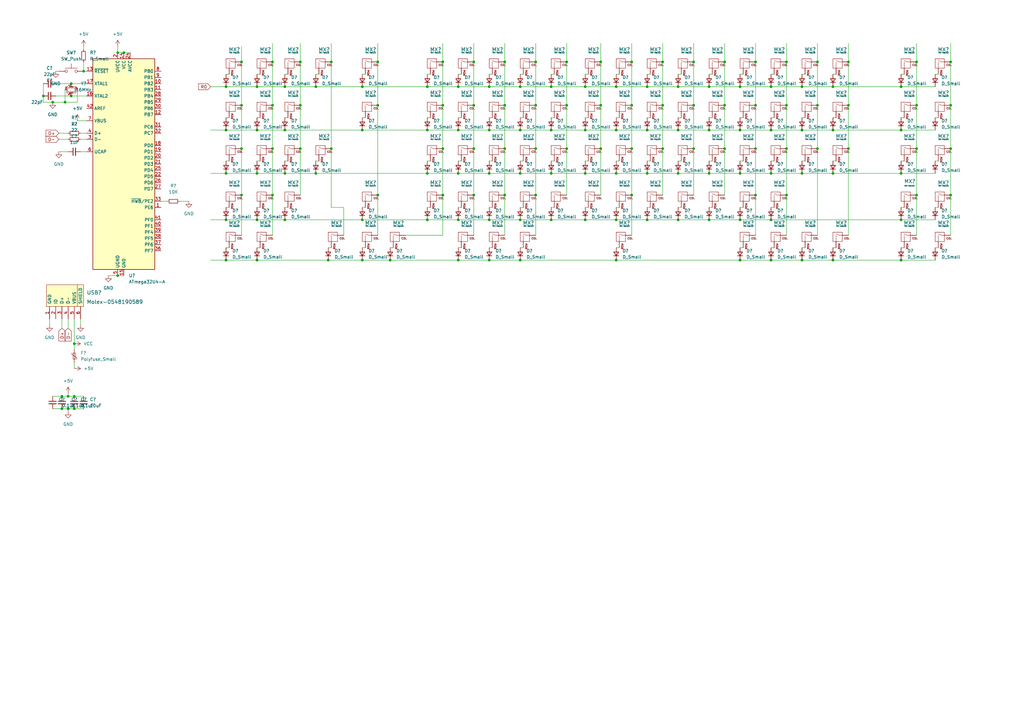
<source format=kicad_sch>
(kicad_sch (version 20211123) (generator eeschema)
  (paper "A3")
  (junction (at 129.54 71.12))
  (junction (at 21.59 41.91))
  (junction (at 303.53 71.12))
  (junction (at 105.41 106.68))
  (junction (at 328.93 106.68))
  (junction (at 297.18 25.4))
  (junction (at 341.63 71.12))
  (junction (at 194.31 25.4))
  (junction (at 284.48 25.4))
  (junction (at 389.89 43.18))
  (junction (at 99.06 43.18))
  (junction (at 278.13 53.34))
  (junction (at 213.36 35.56))
  (junction (at 135.89 60.96))
  (junction (at 30.48 140.97))
  (junction (at 134.62 106.68))
  (junction (at 309.88 60.96))
  (junction (at 297.18 60.96))
  (junction (at 123.19 43.18))
  (junction (at 200.66 90.17))
  (junction (at 252.73 71.12))
  (junction (at 129.54 35.56))
  (junction (at 259.08 60.96))
  (junction (at 328.93 71.12))
  (junction (at 123.19 60.96))
  (junction (at 92.71 53.34))
  (junction (at 232.41 60.96))
  (junction (at 303.53 90.17))
  (junction (at 92.71 35.56))
  (junction (at 187.96 71.12))
  (junction (at 240.03 90.17))
  (junction (at 226.06 71.12))
  (junction (at 309.88 80.01))
  (junction (at 240.03 71.12))
  (junction (at 27.94 167.64))
  (junction (at 111.76 43.18))
  (junction (at 194.31 43.18))
  (junction (at 187.96 106.68))
  (junction (at 175.26 35.56))
  (junction (at 30.48 167.64))
  (junction (at 290.83 90.17))
  (junction (at 207.01 25.4))
  (junction (at 181.61 43.18))
  (junction (at 181.61 80.01))
  (junction (at 200.66 35.56))
  (junction (at 369.57 71.12))
  (junction (at 226.06 90.17))
  (junction (at 181.61 60.96))
  (junction (at 154.94 25.4))
  (junction (at 259.08 43.18))
  (junction (at 29.21 39.37))
  (junction (at 375.92 43.18))
  (junction (at 252.73 90.17))
  (junction (at 154.94 80.01))
  (junction (at 99.06 80.01))
  (junction (at 116.84 53.34))
  (junction (at 328.93 53.34))
  (junction (at 271.78 43.18))
  (junction (at 30.48 162.56))
  (junction (at 389.89 25.4))
  (junction (at 175.26 71.12))
  (junction (at 111.76 80.01))
  (junction (at 278.13 71.12))
  (junction (at 200.66 106.68))
  (junction (at 246.38 43.18))
  (junction (at 207.01 60.96))
  (junction (at 148.59 106.68))
  (junction (at 316.23 35.56))
  (junction (at 328.93 35.56))
  (junction (at 303.53 53.34))
  (junction (at 271.78 60.96))
  (junction (at 207.01 80.01))
  (junction (at 194.31 60.96))
  (junction (at 259.08 25.4))
  (junction (at 322.58 80.01))
  (junction (at 347.98 60.96))
  (junction (at 219.71 60.96))
  (junction (at 347.98 43.18))
  (junction (at 284.48 60.96))
  (junction (at 369.57 106.68))
  (junction (at 111.76 60.96))
  (junction (at 25.4 167.64))
  (junction (at 160.02 106.68))
  (junction (at 148.59 90.17))
  (junction (at 135.89 25.4))
  (junction (at 290.83 53.34))
  (junction (at 375.92 25.4))
  (junction (at 219.71 43.18))
  (junction (at 219.71 80.01))
  (junction (at 271.78 25.4))
  (junction (at 27.94 162.56))
  (junction (at 187.96 35.56))
  (junction (at 17.78 39.37))
  (junction (at 194.31 80.01))
  (junction (at 48.26 21.59))
  (junction (at 309.88 25.4))
  (junction (at 25.4 162.56))
  (junction (at 369.57 90.17))
  (junction (at 240.03 53.34))
  (junction (at 175.26 53.34))
  (junction (at 265.43 71.12))
  (junction (at 297.18 43.18))
  (junction (at 187.96 90.17))
  (junction (at 48.26 113.03))
  (junction (at 309.88 43.18))
  (junction (at 148.59 35.56))
  (junction (at 246.38 25.4))
  (junction (at 265.43 90.17))
  (junction (at 246.38 60.96))
  (junction (at 375.92 60.96))
  (junction (at 375.92 80.01))
  (junction (at 259.08 80.01))
  (junction (at 341.63 53.34))
  (junction (at 322.58 25.4))
  (junction (at 341.63 35.56))
  (junction (at 335.28 25.4))
  (junction (at 347.98 25.4))
  (junction (at 116.84 35.56))
  (junction (at 111.76 25.4))
  (junction (at 213.36 71.12))
  (junction (at 265.43 35.56))
  (junction (at 290.83 71.12))
  (junction (at 369.57 35.56))
  (junction (at 252.73 53.34))
  (junction (at 200.66 71.12))
  (junction (at 232.41 43.18))
  (junction (at 226.06 53.34))
  (junction (at 213.36 106.68))
  (junction (at 200.66 53.34))
  (junction (at 369.57 53.34))
  (junction (at 181.61 25.4))
  (junction (at 213.36 53.34))
  (junction (at 116.84 90.17))
  (junction (at 252.73 106.68))
  (junction (at 226.06 35.56))
  (junction (at 232.41 25.4))
  (junction (at 207.01 43.18))
  (junction (at 187.96 53.34))
  (junction (at 99.06 60.96))
  (junction (at 123.19 25.4))
  (junction (at 29.21 34.29))
  (junction (at 92.71 106.68))
  (junction (at 290.83 35.56))
  (junction (at 219.71 25.4))
  (junction (at 105.41 71.12))
  (junction (at 303.53 35.56))
  (junction (at 50.8 21.59))
  (junction (at 316.23 71.12))
  (junction (at 99.06 25.4))
  (junction (at 303.53 106.68))
  (junction (at 252.73 35.56))
  (junction (at 278.13 35.56))
  (junction (at 389.89 60.96))
  (junction (at 335.28 60.96))
  (junction (at 92.71 90.17))
  (junction (at 265.43 53.34))
  (junction (at 175.26 90.17))
  (junction (at 284.48 43.18))
  (junction (at 322.58 60.96))
  (junction (at 105.41 90.17))
  (junction (at 116.84 71.12))
  (junction (at 316.23 90.17))
  (junction (at 92.71 71.12))
  (junction (at 105.41 53.34))
  (junction (at 316.23 106.68))
  (junction (at 34.29 29.21))
  (junction (at 105.41 35.56))
  (junction (at 389.89 80.01))
  (junction (at 322.58 43.18))
  (junction (at 213.36 90.17))
  (junction (at 148.59 53.34))
  (junction (at 154.94 43.18))
  (junction (at 278.13 90.17))
  (junction (at 335.28 43.18))
  (junction (at 26.67 41.91))
  (junction (at 240.03 35.56))
  (junction (at 316.23 53.34))
  (junction (at 341.63 106.68))
  (wire (pts (xy 105.41 85.09) (xy 106.68 85.09)))
  (wire (pts (xy 200.66 53.34) (xy 213.36 53.34)))
  (wire (pts (xy 134.62 101.6) (xy 135.89 101.6)))
  (wire (pts (xy 105.41 35.56) (xy 116.84 35.56)))
  (wire (pts (xy 328.93 71.12) (xy 341.63 71.12)))
  (wire (pts (xy 389.89 60.96) (xy 389.89 80.01)))
  (wire (pts (xy 226.06 71.12) (xy 240.03 71.12)))
  (wire (pts (xy 99.06 19.05) (xy 99.06 25.4)))
  (wire (pts (xy 27.94 162.56) (xy 30.48 162.56)))
  (wire (pts (xy 278.13 85.09) (xy 279.4 85.09)))
  (wire (pts (xy 200.66 48.26) (xy 201.93 48.26)))
  (wire (pts (xy 328.93 30.48) (xy 330.2 30.48)))
  (wire (pts (xy 29.21 39.37) (xy 35.56 39.37)))
  (wire (pts (xy 278.13 53.34) (xy 290.83 53.34)))
  (wire (pts (xy 383.54 30.48) (xy 384.81 30.48)))
  (wire (pts (xy 48.26 19.05) (xy 48.26 21.59)))
  (wire (pts (xy 369.57 106.68) (xy 383.54 106.68)))
  (wire (pts (xy 271.78 43.18) (xy 271.78 60.96)))
  (wire (pts (xy 160.02 106.68) (xy 187.96 106.68)))
  (wire (pts (xy 175.26 53.34) (xy 187.96 53.34)))
  (wire (pts (xy 219.71 25.4) (xy 219.71 43.18)))
  (wire (pts (xy 105.41 90.17) (xy 116.84 90.17)))
  (wire (pts (xy 111.76 60.96) (xy 111.76 80.01)))
  (wire (pts (xy 316.23 101.6) (xy 317.5 101.6)))
  (wire (pts (xy 375.92 43.18) (xy 375.92 60.96)))
  (wire (pts (xy 316.23 35.56) (xy 328.93 35.56)))
  (wire (pts (xy 187.96 53.34) (xy 200.66 53.34)))
  (wire (pts (xy 92.71 48.26) (xy 93.98 48.26)))
  (wire (pts (xy 25.4 130.81) (xy 25.4 134.62)))
  (wire (pts (xy 309.88 80.01) (xy 309.88 96.52)))
  (wire (pts (xy 252.73 101.6) (xy 254 101.6)))
  (wire (pts (xy 213.36 30.48) (xy 214.63 30.48)))
  (wire (pts (xy 347.98 25.4) (xy 347.98 43.18)))
  (wire (pts (xy 328.93 101.6) (xy 330.2 101.6)))
  (wire (pts (xy 129.54 66.04) (xy 130.81 66.04)))
  (wire (pts (xy 48.26 21.59) (xy 50.8 21.59)))
  (wire (pts (xy 181.61 43.18) (xy 181.61 60.96)))
  (wire (pts (xy 116.84 48.26) (xy 118.11 48.26)))
  (wire (pts (xy 66.04 82.55) (xy 68.58 82.55)))
  (wire (pts (xy 335.28 43.18) (xy 335.28 60.96)))
  (wire (pts (xy 135.89 60.96) (xy 135.89 85.09)))
  (wire (pts (xy 303.53 53.34) (xy 316.23 53.34)))
  (wire (pts (xy 328.93 106.68) (xy 341.63 106.68)))
  (wire (pts (xy 154.94 80.01) (xy 154.94 96.52)))
  (wire (pts (xy 29.21 34.29) (xy 35.56 34.29)))
  (wire (pts (xy 309.88 43.18) (xy 309.88 60.96)))
  (wire (pts (xy 34.29 19.05) (xy 34.29 20.32)))
  (wire (pts (xy 369.57 35.56) (xy 383.54 35.56)))
  (wire (pts (xy 200.66 85.09) (xy 201.93 85.09)))
  (wire (pts (xy 148.59 30.48) (xy 149.86 30.48)))
  (wire (pts (xy 240.03 53.34) (xy 252.73 53.34)))
  (wire (pts (xy 322.58 25.4) (xy 322.58 43.18)))
  (wire (pts (xy 335.28 25.4) (xy 335.28 43.18)))
  (wire (pts (xy 389.89 25.4) (xy 389.89 43.18)))
  (wire (pts (xy 17.78 34.29) (xy 17.78 39.37)))
  (wire (pts (xy 111.76 25.4) (xy 111.76 43.18)))
  (wire (pts (xy 290.83 66.04) (xy 292.1 66.04)))
  (wire (pts (xy 322.58 80.01) (xy 322.58 96.52)))
  (wire (pts (xy 148.59 48.26) (xy 149.86 48.26)))
  (wire (pts (xy 219.71 80.01) (xy 219.71 96.52)))
  (wire (pts (xy 290.83 71.12) (xy 303.53 71.12)))
  (wire (pts (xy 290.83 90.17) (xy 303.53 90.17)))
  (wire (pts (xy 92.71 35.56) (xy 105.41 35.56)))
  (wire (pts (xy 252.73 35.56) (xy 265.43 35.56)))
  (wire (pts (xy 30.48 140.97) (xy 30.48 143.51)))
  (wire (pts (xy 148.59 35.56) (xy 175.26 35.56)))
  (wire (pts (xy 297.18 60.96) (xy 297.18 80.01)))
  (wire (pts (xy 232.41 60.96) (xy 232.41 80.01)))
  (wire (pts (xy 22.86 29.21) (xy 24.13 29.21)))
  (wire (pts (xy 246.38 25.4) (xy 246.38 43.18)))
  (wire (pts (xy 240.03 35.56) (xy 252.73 35.56)))
  (wire (pts (xy 252.73 48.26) (xy 254 48.26)))
  (wire (pts (xy 181.61 60.96) (xy 181.61 80.01)))
  (wire (pts (xy 303.53 30.48) (xy 304.8 30.48)))
  (wire (pts (xy 213.36 35.56) (xy 226.06 35.56)))
  (wire (pts (xy 259.08 43.18) (xy 259.08 60.96)))
  (wire (pts (xy 99.06 43.18) (xy 99.06 60.96)))
  (wire (pts (xy 26.67 41.91) (xy 31.75 41.91)))
  (wire (pts (xy 17.78 41.91) (xy 17.78 39.37)))
  (wire (pts (xy 27.94 167.64) (xy 30.48 167.64)))
  (wire (pts (xy 30.48 148.59) (xy 30.48 151.13)))
  (wire (pts (xy 92.71 85.09) (xy 93.98 85.09)))
  (wire (pts (xy 375.92 17.78) (xy 375.92 25.4)))
  (wire (pts (xy 316.23 66.04) (xy 317.5 66.04)))
  (wire (pts (xy 219.71 43.18) (xy 219.71 60.96)))
  (wire (pts (xy 265.43 48.26) (xy 266.7 48.26)))
  (wire (pts (xy 328.93 53.34) (xy 341.63 53.34)))
  (wire (pts (xy 213.36 90.17) (xy 226.06 90.17)))
  (wire (pts (xy 322.58 43.18) (xy 322.58 60.96)))
  (wire (pts (xy 252.73 106.68) (xy 303.53 106.68)))
  (wire (pts (xy 369.57 53.34) (xy 383.54 53.34)))
  (wire (pts (xy 26.67 36.83) (xy 26.67 41.91)))
  (wire (pts (xy 105.41 101.6) (xy 106.68 101.6)))
  (wire (pts (xy 21.59 41.91) (xy 17.78 41.91)))
  (wire (pts (xy 86.36 53.34) (xy 92.71 53.34)))
  (wire (pts (xy 284.48 43.18) (xy 284.48 60.96)))
  (wire (pts (xy 303.53 66.04) (xy 304.8 66.04)))
  (wire (pts (xy 278.13 30.48) (xy 279.4 30.48)))
  (wire (pts (xy 134.62 106.68) (xy 148.59 106.68)))
  (wire (pts (xy 194.31 43.18) (xy 194.31 60.96)))
  (wire (pts (xy 303.53 90.17) (xy 316.23 90.17)))
  (wire (pts (xy 265.43 30.48) (xy 266.7 30.48)))
  (wire (pts (xy 232.41 17.78) (xy 232.41 25.4)))
  (wire (pts (xy 154.94 25.4) (xy 154.94 43.18)))
  (wire (pts (xy 328.93 66.04) (xy 330.2 66.04)))
  (wire (pts (xy 383.54 101.6) (xy 384.81 101.6)))
  (wire (pts (xy 232.41 43.18) (xy 232.41 60.96)))
  (wire (pts (xy 187.96 85.09) (xy 189.23 85.09)))
  (wire (pts (xy 140.97 85.09) (xy 140.97 96.52)))
  (wire (pts (xy 175.26 35.56) (xy 187.96 35.56)))
  (wire (pts (xy 34.29 25.4) (xy 34.29 29.21)))
  (wire (pts (xy 240.03 48.26) (xy 241.3 48.26)))
  (wire (pts (xy 252.73 71.12) (xy 265.43 71.12)))
  (wire (pts (xy 92.71 71.12) (xy 105.41 71.12)))
  (wire (pts (xy 213.36 48.26) (xy 214.63 48.26)))
  (wire (pts (xy 341.63 35.56) (xy 369.57 35.56)))
  (wire (pts (xy 383.54 66.04) (xy 384.81 66.04)))
  (wire (pts (xy 259.08 25.4) (xy 259.08 43.18)))
  (wire (pts (xy 148.59 85.09) (xy 149.86 85.09)))
  (wire (pts (xy 123.19 25.4) (xy 123.19 43.18)))
  (wire (pts (xy 252.73 66.04) (xy 254 66.04)))
  (wire (pts (xy 240.03 71.12) (xy 252.73 71.12)))
  (wire (pts (xy 194.31 60.96) (xy 194.31 80.01)))
  (wire (pts (xy 175.26 66.04) (xy 176.53 66.04)))
  (wire (pts (xy 271.78 60.96) (xy 271.78 80.01)))
  (wire (pts (xy 341.63 71.12) (xy 369.57 71.12)))
  (wire (pts (xy 33.02 130.81) (xy 33.02 133.35)))
  (wire (pts (xy 383.54 48.26) (xy 384.81 48.26)))
  (wire (pts (xy 232.41 25.4) (xy 232.41 43.18)))
  (wire (pts (xy 226.06 85.09) (xy 227.33 85.09)))
  (wire (pts (xy 265.43 71.12) (xy 278.13 71.12)))
  (wire (pts (xy 92.71 90.17) (xy 105.41 90.17)))
  (wire (pts (xy 33.02 57.15) (xy 35.56 57.15)))
  (wire (pts (xy 116.84 66.04) (xy 118.11 66.04)))
  (wire (pts (xy 92.71 106.68) (xy 105.41 106.68)))
  (wire (pts (xy 226.06 90.17) (xy 240.03 90.17)))
  (wire (pts (xy 200.66 71.12) (xy 213.36 71.12)))
  (wire (pts (xy 290.83 48.26) (xy 292.1 48.26)))
  (wire (pts (xy 20.32 130.81) (xy 20.32 133.35)))
  (wire (pts (xy 111.76 17.78) (xy 111.76 25.4)))
  (wire (pts (xy 316.23 53.34) (xy 328.93 53.34)))
  (wire (pts (xy 187.96 71.12) (xy 200.66 71.12)))
  (wire (pts (xy 265.43 53.34) (xy 278.13 53.34)))
  (wire (pts (xy 92.71 53.34) (xy 105.41 53.34)))
  (wire (pts (xy 322.58 17.78) (xy 322.58 25.4)))
  (wire (pts (xy 213.36 101.6) (xy 214.63 101.6)))
  (wire (pts (xy 341.63 30.48) (xy 342.9 30.48)))
  (wire (pts (xy 116.84 71.12) (xy 129.54 71.12)))
  (wire (pts (xy 86.36 35.56) (xy 92.71 35.56)))
  (wire (pts (xy 335.28 17.78) (xy 335.28 25.4)))
  (wire (pts (xy 309.88 25.4) (xy 309.88 43.18)))
  (wire (pts (xy 148.59 106.68) (xy 160.02 106.68)))
  (wire (pts (xy 369.57 30.48) (xy 370.84 30.48)))
  (wire (pts (xy 22.86 34.29) (xy 29.21 34.29)))
  (wire (pts (xy 111.76 43.18) (xy 111.76 60.96)))
  (wire (pts (xy 284.48 60.96) (xy 284.48 80.01)))
  (wire (pts (xy 200.66 101.6) (xy 201.93 101.6)))
  (wire (pts (xy 226.06 35.56) (xy 240.03 35.56)))
  (wire (pts (xy 341.63 66.04) (xy 342.9 66.04)))
  (wire (pts (xy 27.94 130.81) (xy 27.94 134.62)))
  (wire (pts (xy 181.61 17.78) (xy 181.61 25.4)))
  (wire (pts (xy 148.59 53.34) (xy 175.26 53.34)))
  (wire (pts (xy 369.57 90.17) (xy 383.54 90.17)))
  (wire (pts (xy 187.96 101.6) (xy 189.23 101.6)))
  (wire (pts (xy 226.06 66.04) (xy 227.33 66.04)))
  (wire (pts (xy 375.92 60.96) (xy 375.92 80.01)))
  (wire (pts (xy 271.78 17.78) (xy 271.78 25.4)))
  (wire (pts (xy 303.53 106.68) (xy 316.23 106.68)))
  (wire (pts (xy 389.89 17.78) (xy 389.89 25.4)))
  (wire (pts (xy 297.18 43.18) (xy 297.18 60.96)))
  (wire (pts (xy 154.94 43.18) (xy 154.94 80.01)))
  (wire (pts (xy 30.48 130.81) (xy 30.48 140.97)))
  (wire (pts (xy 265.43 66.04) (xy 266.7 66.04)))
  (wire (pts (xy 154.94 17.78) (xy 154.94 25.4)))
  (wire (pts (xy 187.96 90.17) (xy 200.66 90.17)))
  (wire (pts (xy 200.66 106.68) (xy 213.36 106.68)))
  (wire (pts (xy 316.23 106.68) (xy 328.93 106.68)))
  (wire (pts (xy 200.66 30.48) (xy 201.93 30.48)))
  (wire (pts (xy 194.31 17.78) (xy 194.31 25.4)))
  (wire (pts (xy 271.78 25.4) (xy 271.78 43.18)))
  (wire (pts (xy 135.89 25.4) (xy 135.89 60.96)))
  (wire (pts (xy 219.71 17.78) (xy 219.71 25.4)))
  (wire (pts (xy 226.06 30.48) (xy 227.33 30.48)))
  (wire (pts (xy 181.61 96.52) (xy 166.37 96.52)))
  (wire (pts (xy 181.61 80.01) (xy 181.61 96.52)))
  (wire (pts (xy 328.93 35.56) (xy 341.63 35.56)))
  (wire (pts (xy 187.96 106.68) (xy 200.66 106.68)))
  (wire (pts (xy 129.54 71.12) (xy 175.26 71.12)))
  (wire (pts (xy 252.73 90.17) (xy 265.43 90.17)))
  (wire (pts (xy 73.66 82.55) (xy 77.47 82.55)))
  (wire (pts (xy 26.67 41.91) (xy 21.59 41.91)))
  (wire (pts (xy 246.38 60.96) (xy 246.38 80.01)))
  (wire (pts (xy 116.84 35.56) (xy 129.54 35.56)))
  (wire (pts (xy 335.28 60.96) (xy 335.28 96.52)))
  (wire (pts (xy 341.63 101.6) (xy 342.9 101.6)))
  (wire (pts (xy 194.31 80.01) (xy 194.31 96.52)))
  (wire (pts (xy 240.03 66.04) (xy 241.3 66.04)))
  (wire (pts (xy 369.57 101.6) (xy 370.84 101.6)))
  (wire (pts (xy 316.23 71.12) (xy 328.93 71.12)))
  (wire (pts (xy 200.66 35.56) (xy 213.36 35.56)))
  (wire (pts (xy 389.89 80.01) (xy 389.89 96.52)))
  (wire (pts (xy 303.53 101.6) (xy 304.8 101.6)))
  (wire (pts (xy 105.41 71.12) (xy 116.84 71.12)))
  (wire (pts (xy 99.06 60.96) (xy 99.06 80.01)))
  (wire (pts (xy 175.26 48.26) (xy 176.53 48.26)))
  (wire (pts (xy 290.83 53.34) (xy 303.53 53.34)))
  (wire (pts (xy 31.75 49.53) (xy 35.56 49.53)))
  (wire (pts (xy 213.36 66.04) (xy 214.63 66.04)))
  (wire (pts (xy 259.08 60.96) (xy 259.08 80.01)))
  (wire (pts (xy 303.53 71.12) (xy 316.23 71.12)))
  (wire (pts (xy 123.19 60.96) (xy 123.19 80.01)))
  (wire (pts (xy 259.08 17.78) (xy 259.08 25.4)))
  (wire (pts (xy 341.63 48.26) (xy 342.9 48.26)))
  (wire (pts (xy 347.98 60.96) (xy 347.98 96.52)))
  (wire (pts (xy 219.71 60.96) (xy 219.71 80.01)))
  (wire (pts (xy 309.88 60.96) (xy 309.88 80.01)))
  (wire (pts (xy 50.8 21.59) (xy 53.34 21.59)))
  (wire (pts (xy 240.03 85.09) (xy 241.3 85.09)))
  (wire (pts (xy 297.18 25.4) (xy 297.18 43.18)))
  (wire (pts (xy 369.57 71.12) (xy 383.54 71.12)))
  (wire (pts (xy 265.43 90.17) (xy 278.13 90.17)))
  (wire (pts (xy 160.02 101.6) (xy 161.29 101.6)))
  (wire (pts (xy 303.53 35.56) (xy 316.23 35.56)))
  (wire (pts (xy 322.58 60.96) (xy 322.58 80.01)))
  (wire (pts (xy 105.41 106.68) (xy 134.62 106.68)))
  (wire (pts (xy 111.76 80.01) (xy 111.76 96.52)))
  (wire (pts (xy 369.57 66.04) (xy 370.84 66.04)))
  (wire (pts (xy 375.92 80.01) (xy 375.92 96.52)))
  (wire (pts (xy 105.41 48.26) (xy 106.68 48.26)))
  (wire (pts (xy 48.26 113.03) (xy 50.8 113.03)))
  (wire (pts (xy 303.53 85.09) (xy 304.8 85.09)))
  (wire (pts (xy 290.83 35.56) (xy 303.53 35.56)))
  (wire (pts (xy 375.92 25.4) (xy 375.92 43.18)))
  (wire (pts (xy 278.13 71.12) (xy 290.83 71.12)))
  (wire (pts (xy 297.18 17.78) (xy 297.18 25.4)))
  (wire (pts (xy 24.13 62.23) (xy 27.94 62.23)))
  (wire (pts (xy 207.01 25.4) (xy 207.01 43.18)))
  (wire (pts (xy 246.38 17.78) (xy 246.38 25.4)))
  (wire (pts (xy 22.86 39.37) (xy 29.21 39.37)))
  (wire (pts (xy 265.43 35.56) (xy 278.13 35.56)))
  (wire (pts (xy 284.48 25.4) (xy 284.48 43.18)))
  (wire (pts (xy 30.48 167.64) (xy 34.29 167.64)))
  (wire (pts (xy 92.71 101.6) (xy 93.98 101.6)))
  (wire (pts (xy 383.54 85.09) (xy 384.81 85.09)))
  (wire (pts (xy 175.26 90.17) (xy 187.96 90.17)))
  (wire (pts (xy 123.19 17.78) (xy 123.19 25.4)))
  (wire (pts (xy 187.96 66.04) (xy 189.23 66.04)))
  (wire (pts (xy 213.36 106.68) (xy 252.73 106.68)))
  (wire (pts (xy 92.71 66.04) (xy 93.98 66.04)))
  (wire (pts (xy 303.53 48.26) (xy 304.8 48.26)))
  (wire (pts (xy 240.03 30.48) (xy 241.3 30.48)))
  (wire (pts (xy 33.02 62.23) (xy 35.56 62.23)))
  (wire (pts (xy 25.4 162.56) (xy 27.94 162.56)))
  (wire (pts (xy 187.96 48.26) (xy 189.23 48.26)))
  (wire (pts (xy 27.94 167.64) (xy 27.94 168.91)))
  (wire (pts (xy 200.66 66.04) (xy 201.93 66.04)))
  (wire (pts (xy 175.26 30.48) (xy 176.53 30.48)))
  (wire (pts (xy 240.03 90.17) (xy 252.73 90.17)))
  (wire (pts (xy 135.89 85.09) (xy 140.97 85.09)))
  (wire (pts (xy 316.23 90.17) (xy 369.57 90.17)))
  (wire (pts (xy 25.4 167.64) (xy 27.94 167.64)))
  (wire (pts (xy 116.84 53.34) (xy 148.59 53.34)))
  (wire (pts (xy 226.06 53.34) (xy 240.03 53.34)))
  (wire (pts (xy 116.84 90.17) (xy 148.59 90.17)))
  (wire (pts (xy 213.36 53.34) (xy 226.06 53.34)))
  (wire (pts (xy 123.19 43.18) (xy 123.19 60.96)))
  (wire (pts (xy 105.41 30.48) (xy 106.68 30.48)))
  (wire (pts (xy 389.89 43.18) (xy 389.89 60.96)))
  (wire (pts (xy 181.61 25.4) (xy 181.61 43.18)))
  (wire (pts (xy 35.56 29.21) (xy 34.29 29.21)))
  (wire (pts (xy 369.57 48.26) (xy 370.84 48.26)))
  (wire (pts (xy 252.73 30.48) (xy 254 30.48)))
  (wire (pts (xy 92.71 30.48) (xy 93.98 30.48)))
  (wire (pts (xy 30.48 162.56) (xy 34.29 162.56)))
  (wire (pts (xy 175.26 85.09) (xy 176.53 85.09)))
  (wire (pts (xy 21.59 167.64) (xy 25.4 167.64)))
  (wire (pts (xy 21.59 162.56) (xy 25.4 162.56)))
  (wire (pts (xy 44.45 113.03) (xy 48.26 113.03)))
  (wire (pts (xy 27.94 161.29) (xy 27.94 162.56)))
  (wire (pts (xy 341.63 106.68) (xy 369.57 106.68)))
  (wire (pts (xy 278.13 35.56) (xy 290.83 35.56)))
  (wire (pts (xy 116.84 30.48) (xy 118.11 30.48)))
  (wire (pts (xy 213.36 71.12) (xy 226.06 71.12)))
  (wire (pts (xy 207.01 60.96) (xy 207.01 80.01)))
  (wire (pts (xy 86.36 71.12) (xy 92.71 71.12)))
  (wire (pts (xy 328.93 48.26) (xy 330.2 48.26)))
  (wire (pts (xy 105.41 53.34) (xy 116.84 53.34)))
  (wire (pts (xy 135.89 17.78) (xy 135.89 25.4)))
  (wire (pts (xy 316.23 85.09) (xy 317.5 85.09)))
  (wire (pts (xy 105.41 66.04) (xy 106.68 66.04)))
  (wire (pts (xy 129.54 35.56) (xy 148.59 35.56)))
  (wire (pts (xy 86.36 90.17) (xy 92.71 90.17)))
  (wire (pts (xy 347.98 43.18) (xy 347.98 60.96)))
  (wire (pts (xy 246.38 43.18) (xy 246.38 60.96)))
  (wire (pts (xy 129.54 30.48) (xy 130.81 30.48)))
  (wire (pts (xy 316.23 48.26) (xy 317.5 48.26)))
  (wire (pts (xy 207.01 17.78) (xy 207.01 25.4)))
  (wire (pts (xy 24.13 57.15) (xy 27.94 57.15)))
  (wire (pts (xy 31.75 41.91) (xy 31.75 36.83)))
  (wire (pts (xy 265.43 85.09) (xy 266.7 85.09)))
  (wire (pts (xy 284.48 17.78) (xy 284.48 25.4)))
  (wire (pts (xy 252.73 53.34) (xy 265.43 53.34)))
  (wire (pts (xy 278.13 90.17) (xy 290.83 90.17)))
  (wire (pts (xy 33.02 54.61) (xy 35.56 54.61)))
  (wire (pts (xy 278.13 66.04) (xy 279.4 66.04)))
  (wire (pts (xy 316.23 30.48) (xy 317.5 30.48)))
  (wire (pts (xy 194.31 25.4) (xy 194.31 43.18)))
  (wire (pts (xy 86.36 106.68) (xy 92.71 106.68)))
  (wire (pts (xy 187.96 35.56) (xy 200.66 35.56)))
  (wire (pts (xy 148.59 101.6) (xy 149.86 101.6)))
  (wire (pts (xy 347.98 17.78) (xy 347.98 25.4)))
  (wire (pts (xy 24.13 54.61) (xy 27.94 54.61)))
  (wire (pts (xy 278.13 48.26) (xy 279.4 48.26)))
  (wire (pts (xy 148.59 90.17) (xy 175.26 90.17)))
  (wire (pts (xy 341.63 53.34) (xy 369.57 53.34)))
  (wire (pts (xy 116.84 85.09) (xy 118.11 85.09)))
  (wire (pts (xy 207.01 43.18) (xy 207.01 60.96)))
  (wire (pts (xy 213.36 85.09) (xy 214.63 85.09)))
  (wire (pts (xy 207.01 80.01) (xy 207.01 96.52)))
  (wire (pts (xy 290.83 85.09) (xy 292.1 85.09)))
  (wire (pts (xy 309.88 17.78) (xy 309.88 25.4)))
  (wire (pts (xy 200.66 90.17) (xy 213.36 90.17)))
  (wire (pts (xy 99.06 25.4) (xy 99.06 43.18)))
  (wire (pts (xy 99.06 80.01) (xy 99.06 96.52)))
  (wire (pts (xy 226.06 48.26) (xy 227.33 48.26)))
  (wire (pts (xy 252.73 85.09) (xy 254 85.09)))
  (wire (pts (xy 175.26 71.12) (xy 187.96 71.12)))
  (wire (pts (xy 187.96 30.48) (xy 189.23 30.48)))
  (wire (pts (xy 290.83 30.48) (xy 292.1 30.48)))
  (wire (pts (xy 259.08 80.01) (xy 259.08 96.52)))
  (wire (pts (xy 369.57 85.09) (xy 370.84 85.09)))
  (global_label "D-" (shape input) (at 27.94 134.62 270) (property "Intersheet References" "${INTERSHEET_REFS}" (effects hide)))
  (global_label "R0" (shape input) (at 86.36 35.56 180) (property "Intersheet References" "${INTERSHEET_REFS}" (effects hide)))
  (global_label "D-" (shape input) (at 24.13 57.15 180) (property "Intersheet References" "${INTERSHEET_REFS}" (effects hide)))
  (global_label "D+" (shape input) (at 24.13 54.61 180) (property "Intersheet References" "${INTERSHEET_REFS}" (effects hide)))
  (global_label "D+" (shape input) (at 25.4 134.62 270) (property "Intersheet References" "${INTERSHEET_REFS}" (effects hide)))
  (symbol (lib_id "Device:D_Small") (at 200.66 33.02 90) (unit 1)
    (property "Reference" "D?" (at 203.2 31.7499 90) (effects (justify right)))
    (property "Value" "D_Small" (at 203.2 34.2899 90) (effects (justify right)))
  )
  (symbol (lib_id "MX_Alps_Hybrid:MX-NoLED") (at 119.38 81.28 0) (unit 1)
    (property "Reference" "MX?" (at 120.2656 74.93 0) (effects (font (size 1.524 1.524))))
    (property "Value" "MX-NoLED" (at 120.2656 76.2 0) (effects (font (size 0.508 0.508))))
  )
  (symbol (lib_id "MX_Alps_Hybrid:MX-NoLED") (at 386.08 97.79 0) (unit 1)
    (property "Reference" "MX?" (at 386.9656 91.44 0) (effects (font (size 1.524 1.524))))
    (property "Value" "MX-NoLED" (at 386.9656 92.71 0) (effects (font (size 0.508 0.508))))
  )
  (symbol (lib_id "MX_Alps_Hybrid:MX-NoLED") (at 151.13 44.45 0) (unit 1)
    (property "Reference" "MX?" (at 152.0156 38.1 0) (effects (font (size 1.524 1.524))))
    (property "Value" "MX-NoLED" (at 152.0156 39.37 0) (effects (font (size 0.508 0.508))))
  )
  (symbol (lib_id "power:GND") (at 44.45 113.03 0) (unit 1)
    (property "Reference" "#PWR?" (effects hide))
    (property "Value" "GND" (at 44.45 118.11 0))
  )
  (symbol (lib_id "Device:D_Small") (at 105.41 104.14 90) (unit 1)
    (property "Reference" "D?" (at 107.95 102.8699 90) (effects (justify right)))
    (property "Value" "D_Small" (at 107.95 105.4099 90) (effects (justify right)))
  )
  (symbol (lib_id "Device:D_Small") (at 303.53 33.02 90) (unit 1)
    (property "Reference" "D?" (at 306.07 31.7499 90) (effects (justify right)))
    (property "Value" "D_Small" (at 306.07 34.2899 90) (effects (justify right)))
  )
  (symbol (lib_id "MX_Alps_Hybrid:MX-NoLED") (at 242.57 26.67 0) (unit 1)
    (property "Reference" "MX?" (at 243.4556 20.32 0) (effects (font (size 1.524 1.524))))
    (property "Value" "MX-NoLED" (at 243.4556 21.59 0) (effects (font (size 0.508 0.508))))
  )
  (symbol (lib_id "Device:D_Small") (at 240.03 87.63 90) (unit 1)
    (property "Reference" "D?" (at 242.57 86.3599 90) (effects (justify right)))
    (property "Value" "D_Small" (at 242.57 88.8999 90) (effects (justify right)))
  )
  (symbol (lib_id "MX_Alps_Hybrid:MX-NoLED") (at 215.9 44.45 0) (unit 1)
    (property "Reference" "MX?" (at 216.7856 38.1 0) (effects (font (size 1.524 1.524))))
    (property "Value" "MX-NoLED" (at 216.7856 39.37 0) (effects (font (size 0.508 0.508))))
  )
  (symbol (lib_id "Device:D_Small") (at 265.43 50.8 90) (unit 1)
    (property "Reference" "D?" (at 267.97 49.5299 90) (effects (justify right)))
    (property "Value" "D_Small" (at 267.97 52.0699 90) (effects (justify right)))
  )
  (symbol (lib_id "Device:D_Small") (at 148.59 87.63 90) (unit 1)
    (property "Reference" "D?" (at 151.13 86.3599 90) (effects (justify right)))
    (property "Value" "D_Small" (at 151.13 88.8999 90) (effects (justify right)))
  )
  (symbol (lib_id "Device:D_Small") (at 116.84 50.8 90) (unit 1)
    (property "Reference" "D?" (at 119.38 49.5299 90) (effects (justify right)))
    (property "Value" "D_Small" (at 119.38 52.0699 90) (effects (justify right)))
  )
  (symbol (lib_id "power:+5V") (at 30.48 151.13 270) (unit 1)
    (property "Reference" "#PWR?" (effects hide))
    (property "Value" "+5V" (at 34.29 151.1299 90) (effects (justify left)))
  )
  (symbol (lib_id "MX_Alps_Hybrid:MX-NoLED") (at 306.07 44.45 0) (unit 1)
    (property "Reference" "MX?" (at 306.9556 38.1 0) (effects (font (size 1.524 1.524))))
    (property "Value" "MX-NoLED" (at 306.9556 39.37 0) (effects (font (size 0.508 0.508))))
  )
  (symbol (lib_id "MX_Alps_Hybrid:MX-NoLED") (at 386.08 81.28 0) (unit 1)
    (property "Reference" "MX?" (at 386.9656 74.93 0) (effects (font (size 1.524 1.524))))
    (property "Value" "MX-NoLED" (at 386.9656 76.2 0) (effects (font (size 0.508 0.508))))
  )
  (symbol (lib_id "Device:D_Small") (at 200.66 104.14 90) (unit 1)
    (property "Reference" "D?" (at 203.2 102.8699 90) (effects (justify right)))
    (property "Value" "D_Small" (at 203.2 105.4099 90) (effects (justify right)))
  )
  (symbol (lib_id "MX_Alps_Hybrid:MX-NoLED") (at 255.27 81.28 0) (unit 1)
    (property "Reference" "MX?" (at 256.1556 74.93 0) (effects (font (size 1.524 1.524))))
    (property "Value" "MX-NoLED" (at 256.1556 76.2 0) (effects (font (size 0.508 0.508))))
  )
  (symbol (lib_id "MX_Alps_Hybrid:MX-NoLED") (at 203.2 26.67 0) (unit 1)
    (property "Reference" "MX?" (at 204.0856 20.32 0) (effects (font (size 1.524 1.524))))
    (property "Value" "MX-NoLED" (at 204.0856 21.59 0) (effects (font (size 0.508 0.508))))
  )
  (symbol (lib_id "Device:R_Small") (at 71.12 82.55 90) (unit 1)
    (property "Reference" "R?" (at 71.12 76.2 90))
    (property "Value" "10K" (at 71.12 78.74 90))
  )
  (symbol (lib_id "MX_Alps_Hybrid:MX-NoLED") (at 331.47 62.23 0) (unit 1)
    (property "Reference" "MX?" (at 332.3556 55.88 0) (effects (font (size 1.524 1.524))))
    (property "Value" "MX-NoLED" (at 332.3556 57.15 0) (effects (font (size 0.508 0.508))))
  )
  (symbol (lib_id "MX_Alps_Hybrid:MX-NoLED") (at 306.07 26.67 0) (unit 1)
    (property "Reference" "MX?" (at 306.9556 20.32 0) (effects (font (size 1.524 1.524))))
    (property "Value" "MX-NoLED" (at 306.9556 21.59 0) (effects (font (size 0.508 0.508))))
  )
  (symbol (lib_id "MX_Alps_Hybrid:MX-NoLED") (at 190.5 62.23 0) (unit 1)
    (property "Reference" "MX?" (at 191.3856 55.88 0) (effects (font (size 1.524 1.524))))
    (property "Value" "MX-NoLED" (at 191.3856 57.15 0) (effects (font (size 0.508 0.508))))
  )
  (symbol (lib_id "Device:D_Small") (at 303.53 104.14 90) (unit 1)
    (property "Reference" "D?" (at 306.07 102.8699 90) (effects (justify right)))
    (property "Value" "D_Small" (at 306.07 105.4099 90) (effects (justify right)))
  )
  (symbol (lib_id "Device:D_Small") (at 303.53 68.58 90) (unit 1)
    (property "Reference" "D?" (at 306.07 67.3099 90) (effects (justify right)))
    (property "Value" "D_Small" (at 306.07 69.8499 90) (effects (justify right)))
  )
  (symbol (lib_id "Device:D_Small") (at 92.71 50.8 90) (unit 1)
    (property "Reference" "D?" (at 95.25 49.5299 90) (effects (justify right)))
    (property "Value" "D_Small" (at 95.25 52.0699 90) (effects (justify right)))
  )
  (symbol (lib_id "MX_Alps_Hybrid:MX-NoLED") (at 215.9 81.28 0) (unit 1)
    (property "Reference" "MX?" (at 216.7856 74.93 0) (effects (font (size 1.524 1.524))))
    (property "Value" "MX-NoLED" (at 216.7856 76.2 0) (effects (font (size 0.508 0.508))))
  )
  (symbol (lib_id "MX_Alps_Hybrid:MX-NoLED") (at 280.67 44.45 0) (unit 1)
    (property "Reference" "MX?" (at 281.5556 38.1 0) (effects (font (size 1.524 1.524))))
    (property "Value" "MX-NoLED" (at 281.5556 39.37 0) (effects (font (size 0.508 0.508))))
  )
  (symbol (lib_id "Device:D_Small") (at 383.54 33.02 90) (unit 1)
    (property "Reference" "D?" (at 386.08 31.7499 90) (effects (justify right)))
    (property "Value" "D_Small" (at 386.08 34.2899 90) (effects (justify right)))
  )
  (symbol (lib_id "Device:D_Small") (at 116.84 68.58 90) (unit 1)
    (property "Reference" "D?" (at 119.38 67.3099 90) (effects (justify right)))
    (property "Value" "D_Small" (at 119.38 69.8499 90) (effects (justify right)))
  )
  (symbol (lib_id "MX_Alps_Hybrid:MX-NoLED") (at 95.25 26.67 0) (unit 1)
    (property "Reference" "MX?" (at 96.1356 20.32 0) (effects (font (size 1.524 1.524))))
    (property "Value" "MX-NoLED" (at 96.1356 21.59 0) (effects (font (size 0.508 0.508))))
  )
  (symbol (lib_id "MX_Alps_Hybrid:MX-NoLED") (at 306.07 81.28 0) (unit 1)
    (property "Reference" "MX?" (at 306.9556 74.93 0) (effects (font (size 1.524 1.524))))
    (property "Value" "MX-NoLED" (at 306.9556 76.2 0) (effects (font (size 0.508 0.508))))
  )
  (symbol (lib_id "Device:D_Small") (at 369.57 50.8 90) (unit 1)
    (property "Reference" "D?" (at 372.11 49.5299 90) (effects (justify right)))
    (property "Value" "D_Small" (at 372.11 52.0699 90) (effects (justify right)))
  )
  (symbol (lib_id "Device:D_Small") (at 160.02 104.14 90) (unit 1)
    (property "Reference" "D?" (at 162.56 102.8699 90) (effects (justify right)))
    (property "Value" "D_Small" (at 162.56 105.4099 90) (effects (justify right)))
  )
  (symbol (lib_id "MX_Alps_Hybrid:MX-NoLED") (at 318.77 97.79 0) (unit 1)
    (property "Reference" "MX?" (at 319.6556 91.44 0) (effects (font (size 1.524 1.524))))
    (property "Value" "MX-NoLED" (at 319.6556 92.71 0) (effects (font (size 0.508 0.508))))
  )
  (symbol (lib_id "Device:D_Small") (at 341.63 68.58 90) (unit 1)
    (property "Reference" "D?" (at 344.17 67.3099 90) (effects (justify right)))
    (property "Value" "D_Small" (at 344.17 69.8499 90) (effects (justify right)))
  )
  (symbol (lib_id "Device:D_Small") (at 187.96 87.63 90) (unit 1)
    (property "Reference" "D?" (at 190.5 86.3599 90) (effects (justify right)))
    (property "Value" "D_Small" (at 190.5 88.8999 90) (effects (justify right)))
  )
  (symbol (lib_id "Device:D_Small") (at 187.96 33.02 90) (unit 1)
    (property "Reference" "D?" (at 190.5 31.7499 90) (effects (justify right)))
    (property "Value" "D_Small" (at 190.5 34.2899 90) (effects (justify right)))
  )
  (symbol (lib_id "Device:D_Small") (at 175.26 33.02 90) (unit 1)
    (property "Reference" "D?" (at 177.8 31.7499 90) (effects (justify right)))
    (property "Value" "D_Small" (at 177.8 34.2899 90) (effects (justify right)))
  )
  (symbol (lib_id "power:GND") (at 27.94 168.91 0) (unit 1)
    (property "Reference" "#PWR?" (effects hide))
    (property "Value" "GND" (at 27.94 173.99 0))
  )
  (symbol (lib_id "MX_Alps_Hybrid:MX-NoLED") (at 132.08 26.67 0) (unit 1)
    (property "Reference" "MX?" (at 132.9656 20.32 0) (effects (font (size 1.524 1.524))))
    (property "Value" "MX-NoLED" (at 132.9656 21.59 0) (effects (font (size 0.508 0.508))))
  )
  (symbol (lib_id "Device:D_Small") (at 383.54 68.58 90) (unit 1)
    (property "Reference" "D?" (at 386.08 67.3099 90) (effects (justify right)))
    (property "Value" "D_Small" (at 386.08 69.8499 90) (effects (justify right)))
  )
  (symbol (lib_id "power:GND") (at 33.02 133.35 0) (unit 1)
    (property "Reference" "#PWR?" (effects hide))
    (property "Value" "GND" (at 33.02 138.43 0))
  )
  (symbol (lib_id "MX_Alps_Hybrid:MX-NoLED") (at 344.17 44.45 0) (unit 1)
    (property "Reference" "MX?" (at 345.0556 38.1 0) (effects (font (size 1.524 1.524))))
    (property "Value" "MX-NoLED" (at 345.0556 39.37 0) (effects (font (size 0.508 0.508))))
  )
  (symbol (lib_id "MX_Alps_Hybrid:MX-NoLED") (at 203.2 81.28 0) (unit 1)
    (property "Reference" "MX?" (at 204.0856 74.93 0) (effects (font (size 1.524 1.524))))
    (property "Value" "MX-NoLED" (at 204.0856 76.2 0) (effects (font (size 0.508 0.508))))
  )
  (symbol (lib_id "Device:D_Small") (at 383.54 50.8 90) (unit 1)
    (property "Reference" "D?" (at 386.08 49.5299 90) (effects (justify right)))
    (property "Value" "D_Small" (at 386.08 52.0699 90) (effects (justify right)))
  )
  (symbol (lib_id "Device:C_Small") (at 20.32 39.37 90) (unit 1)
    (property "Reference" "C?" (at 20.3263 33.02 90))
    (property "Value" "22pF" (at 15.24 41.91 90))
  )
  (symbol (lib_id "Device:D_Small") (at 187.96 68.58 90) (unit 1)
    (property "Reference" "D?" (at 190.5 67.3099 90) (effects (justify right)))
    (property "Value" "D_Small" (at 190.5 69.8499 90) (effects (justify right)))
  )
  (symbol (lib_id "MX_Alps_Hybrid:MX-NoLED") (at 280.67 26.67 0) (unit 1)
    (property "Reference" "MX?" (at 281.5556 20.32 0) (effects (font (size 1.524 1.524))))
    (property "Value" "MX-NoLED" (at 281.5556 21.59 0) (effects (font (size 0.508 0.508))))
  )
  (symbol (lib_id "Device:D_Small") (at 213.36 33.02 90) (unit 1)
    (property "Reference" "D?" (at 215.9 31.7499 90) (effects (justify right)))
    (property "Value" "D_Small" (at 215.9 34.2899 90) (effects (justify right)))
  )
  (symbol (lib_id "Device:D_Small") (at 148.59 50.8 90) (unit 1)
    (property "Reference" "D?" (at 151.13 49.5299 90) (effects (justify right)))
    (property "Value" "D_Small" (at 151.13 52.0699 90) (effects (justify right)))
  )
  (symbol (lib_id "Device:D_Small") (at 148.59 33.02 90) (unit 1)
    (property "Reference" "D?" (at 151.13 31.7499 90) (effects (justify right)))
    (property "Value" "D_Small" (at 151.13 34.2899 90) (effects (justify right)))
  )
  (symbol (lib_id "MX_Alps_Hybrid:MX-NoLED") (at 344.17 62.23 0) (unit 1)
    (property "Reference" "MX?" (at 345.0556 55.88 0) (effects (font (size 1.524 1.524))))
    (property "Value" "MX-NoLED" (at 345.0556 57.15 0) (effects (font (size 0.508 0.508))))
  )
  (symbol (lib_id "Device:D_Small") (at 200.66 50.8 90) (unit 1)
    (property "Reference" "D?" (at 203.2 49.5299 90) (effects (justify right)))
    (property "Value" "D_Small" (at 203.2 52.0699 90) (effects (justify right)))
  )
  (symbol (lib_id "MX_Alps_Hybrid:MX-NoLED") (at 331.47 44.45 0) (unit 1)
    (property "Reference" "MX?" (at 332.3556 38.1 0) (effects (font (size 1.524 1.524))))
    (property "Value" "MX-NoLED" (at 332.3556 39.37 0) (effects (font (size 0.508 0.508))))
  )
  (symbol (lib_id "MX_Alps_Hybrid:MX-NoLED") (at 190.5 44.45 0) (unit 1)
    (property "Reference" "MX?" (at 191.3856 38.1 0) (effects (font (size 1.524 1.524))))
    (property "Value" "MX-NoLED" (at 191.3856 39.37 0) (effects (font (size 0.508 0.508))))
  )
  (symbol (lib_id "MX_Alps_Hybrid:MX-NoLED") (at 242.57 81.28 0) (unit 1)
    (property "Reference" "MX?" (at 243.4556 74.93 0) (effects (font (size 1.524 1.524))))
    (property "Value" "MX-NoLED" (at 243.4556 76.2 0) (effects (font (size 0.508 0.508))))
  )
  (symbol (lib_id "MX_Alps_Hybrid:MX-NoLED") (at 255.27 97.79 0) (unit 1)
    (property "Reference" "MX?" (at 256.1556 91.44 0) (effects (font (size 1.524 1.524))))
    (property "Value" "MX-NoLED" (at 256.1556 92.71 0) (effects (font (size 0.508 0.508))))
  )
  (symbol (lib_id "Device:D_Small") (at 369.57 33.02 90) (unit 1)
    (property "Reference" "D?" (at 372.11 31.7499 90) (effects (justify right)))
    (property "Value" "D_Small" (at 372.11 34.2899 90) (effects (justify right)))
  )
  (symbol (lib_id "Device:D_Small") (at 252.73 33.02 90) (unit 1)
    (property "Reference" "D?" (at 255.27 31.7499 90) (effects (justify right)))
    (property "Value" "D_Small" (at 255.27 34.2899 90) (effects (justify right)))
  )
  (symbol (lib_id "MX_Alps_Hybrid:MX-NoLED") (at 242.57 44.45 0) (unit 1)
    (property "Reference" "MX?" (at 243.4556 38.1 0) (effects (font (size 1.524 1.524))))
    (property "Value" "MX-NoLED" (at 243.4556 39.37 0) (effects (font (size 0.508 0.508))))
  )
  (symbol (lib_id "power:VCC") (at 30.48 140.97 270) (unit 1)
    (property "Reference" "#PWR?" (effects hide))
    (property "Value" "VCC" (at 34.29 140.9699 90) (effects (justify left)))
  )
  (symbol (lib_id "Device:D_Small") (at 252.73 87.63 90) (unit 1)
    (property "Reference" "D?" (at 255.27 86.3599 90) (effects (justify right)))
    (property "Value" "D_Small" (at 255.27 88.8999 90) (effects (justify right)))
  )
  (symbol (lib_id "Device:D_Small") (at 290.83 87.63 90) (unit 1)
    (property "Reference" "D?" (at 293.37 86.3599 90) (effects (justify right)))
    (property "Value" "D_Small" (at 293.37 88.8999 90) (effects (justify right)))
  )
  (symbol (lib_id "Device:D_Small") (at 328.93 33.02 90) (unit 1)
    (property "Reference" "D?" (at 331.47 31.7499 90) (effects (justify right)))
    (property "Value" "D_Small" (at 331.47 34.2899 90) (effects (justify right)))
  )
  (symbol (lib_id "Device:D_Small") (at 213.36 50.8 90) (unit 1)
    (property "Reference" "D?" (at 215.9 49.5299 90) (effects (justify right)))
    (property "Value" "D_Small" (at 215.9 52.0699 90) (effects (justify right)))
  )
  (symbol (lib_id "power:+5V") (at 31.75 49.53 0) (unit 1)
    (property "Reference" "#PWR?" (effects hide))
    (property "Value" "+5V" (at 31.75 44.45 0))
  )
  (symbol (lib_id "MX_Alps_Hybrid:MX-NoLED") (at 137.16 97.79 0) (unit 1)
    (property "Reference" "MX?" (at 138.0456 91.44 0) (effects (font (size 1.524 1.524))))
    (property "Value" "MX-NoLED" (at 138.0456 92.71 0) (effects (font (size 0.508 0.508))))
  )
  (symbol (lib_id "Device:D_Small") (at 383.54 87.63 90) (unit 1)
    (property "Reference" "D?" (at 386.08 86.3599 90) (effects (justify right)))
    (property "Value" "D_Small" (at 386.08 88.8999 90) (effects (justify right)))
  )
  (symbol (lib_id "Device:D_Small") (at 92.71 33.02 90) (unit 1)
    (property "Reference" "D?" (at 95.25 31.7499 90) (effects (justify right)))
    (property "Value" "D_Small" (at 95.25 34.2899 90) (effects (justify right)))
  )
  (symbol (lib_id "Device:D_Small") (at 240.03 50.8 90) (unit 1)
    (property "Reference" "D?" (at 242.57 49.5299 90) (effects (justify right)))
    (property "Value" "D_Small" (at 242.57 52.0699 90) (effects (justify right)))
  )
  (symbol (lib_id "MX_Alps_Hybrid:MX-NoLED") (at 372.11 97.79 0) (unit 1)
    (property "Reference" "MX?" (at 372.9956 91.44 0) (effects (font (size 1.524 1.524))))
    (property "Value" "MX-NoLED" (at 372.9956 92.71 0) (effects (font (size 0.508 0.508))))
  )
  (symbol (lib_id "MX_Alps_Hybrid:MX-NoLED") (at 119.38 62.23 0) (unit 1)
    (property "Reference" "MX?" (at 120.2656 55.88 0) (effects (font (size 1.524 1.524))))
    (property "Value" "MX-NoLED" (at 120.2656 57.15 0) (effects (font (size 0.508 0.508))))
  )
  (symbol (lib_id "MX_Alps_Hybrid:MX-NoLED") (at 228.6 62.23 0) (unit 1)
    (property "Reference" "MX?" (at 229.4856 55.88 0) (effects (font (size 1.524 1.524))))
    (property "Value" "MX-NoLED" (at 229.4856 57.15 0) (effects (font (size 0.508 0.508))))
  )
  (symbol (lib_id "MX_Alps_Hybrid:MX-NoLED") (at 331.47 26.67 0) (unit 1)
    (property "Reference" "MX?" (at 332.3556 20.32 0) (effects (font (size 1.524 1.524))))
    (property "Value" "MX-NoLED" (at 332.3556 21.59 0) (effects (font (size 0.508 0.508))))
  )
  (symbol (lib_id "MX_Alps_Hybrid:MX-NoLED") (at 293.37 44.45 0) (unit 1)
    (property "Reference" "MX?" (at 294.2556 38.1 0) (effects (font (size 1.524 1.524))))
    (property "Value" "MX-NoLED" (at 294.2556 39.37 0) (effects (font (size 0.508 0.508))))
  )
  (symbol (lib_id "Device:D_Small") (at 213.36 104.14 90) (unit 1)
    (property "Reference" "D?" (at 215.9 102.8699 90) (effects (justify right)))
    (property "Value" "D_Small" (at 215.9 105.4099 90) (effects (justify right)))
  )
  (symbol (lib_id "MX_Alps_Hybrid:MX-NoLED") (at 293.37 26.67 0) (unit 1)
    (property "Reference" "MX?" (at 294.2556 20.32 0) (effects (font (size 1.524 1.524))))
    (property "Value" "MX-NoLED" (at 294.2556 21.59 0) (effects (font (size 0.508 0.508))))
  )
  (symbol (lib_id "MX_Alps_Hybrid:MX-NoLED") (at 95.25 97.79 0) (unit 1)
    (property "Reference" "MX?" (at 96.1356 91.44 0) (effects (font (size 1.524 1.524))))
    (property "Value" "MX-NoLED" (at 96.1356 92.71 0) (effects (font (size 0.508 0.508))))
  )
  (symbol (lib_id "MX_Alps_Hybrid:MX-NoLED") (at 255.27 44.45 0) (unit 1)
    (property "Reference" "MX?" (at 256.1556 38.1 0) (effects (font (size 1.524 1.524))))
    (property "Value" "MX-NoLED" (at 256.1556 39.37 0) (effects (font (size 0.508 0.508))))
  )
  (symbol (lib_id "Device:D_Small") (at 92.71 87.63 90) (unit 1)
    (property "Reference" "D?" (at 95.25 86.3599 90) (effects (justify right)))
    (property "Value" "D_Small" (at 95.25 88.8999 90) (effects (justify right)))
  )
  (symbol (lib_id "MX_Alps_Hybrid:MX-NoLED") (at 203.2 44.45 0) (unit 1)
    (property "Reference" "MX?" (at 204.0856 38.1 0) (effects (font (size 1.524 1.524))))
    (property "Value" "MX-NoLED" (at 204.0856 39.37 0) (effects (font (size 0.508 0.508))))
  )
  (symbol (lib_id "Device:D_Small") (at 226.06 68.58 90) (unit 1)
    (property "Reference" "D?" (at 228.6 67.3099 90) (effects (justify right)))
    (property "Value" "D_Small" (at 228.6 69.8499 90) (effects (justify right)))
  )
  (symbol (lib_id "Device:D_Small") (at 252.73 50.8 90) (unit 1)
    (property "Reference" "D?" (at 255.27 49.5299 90) (effects (justify right)))
    (property "Value" "D_Small" (at 255.27 52.0699 90) (effects (justify right)))
  )
  (symbol (lib_id "MX_Alps_Hybrid:MX-NoLED") (at 107.95 81.28 0) (unit 1)
    (property "Reference" "MX?" (at 108.8356 74.93 0) (effects (font (size 1.524 1.524))))
    (property "Value" "MX-NoLED" (at 108.8356 76.2 0) (effects (font (size 0.508 0.508))))
  )
  (symbol (lib_id "MX_Alps_Hybrid:MX-NoLED") (at 386.08 44.45 0) (unit 1)
    (property "Reference" "MX?" (at 386.9656 38.1 0) (effects (font (size 1.524 1.524))))
    (property "Value" "MX-NoLED" (at 386.9656 39.37 0) (effects (font (size 0.508 0.508))))
  )
  (symbol (lib_id "MX_Alps_Hybrid:MX-NoLED") (at 119.38 44.45 0) (unit 1)
    (property "Reference" "MX?" (at 120.2656 38.1 0) (effects (font (size 1.524 1.524))))
    (property "Value" "MX-NoLED" (at 120.2656 39.37 0) (effects (font (size 0.508 0.508))))
  )
  (symbol (lib_id "MX_Alps_Hybrid:MX-NoLED") (at 203.2 97.79 0) (unit 1)
    (property "Reference" "MX?" (at 204.0856 91.44 0) (effects (font (size 1.524 1.524))))
    (property "Value" "MX-NoLED" (at 204.0856 92.71 0) (effects (font (size 0.508 0.508))))
  )
  (symbol (lib_id "Device:D_Small") (at 213.36 68.58 90) (unit 1)
    (property "Reference" "D?" (at 215.9 67.3099 90) (effects (justify right)))
    (property "Value" "D_Small" (at 215.9 69.8499 90) (effects (justify right)))
  )
  (symbol (lib_id "MX_Alps_Hybrid:MX-NoLED") (at 344.17 97.79 0) (unit 1)
    (property "Reference" "MX?" (at 345.0556 91.44 0) (effects (font (size 1.524 1.524))))
    (property "Value" "MX-NoLED" (at 345.0556 92.71 0) (effects (font (size 0.508 0.508))))
  )
  (symbol (lib_id "Device:D_Small") (at 252.73 68.58 90) (unit 1)
    (property "Reference" "D?" (at 255.27 67.3099 90) (effects (justify right)))
    (property "Value" "D_Small" (at 255.27 69.8499 90) (effects (justify right)))
  )
  (symbol (lib_id "Device:D_Small") (at 316.23 50.8 90) (unit 1)
    (property "Reference" "D?" (at 318.77 49.5299 90) (effects (justify right)))
    (property "Value" "D_Small" (at 318.77 52.0699 90) (effects (justify right)))
  )
  (symbol (lib_id "Device:D_Small") (at 105.41 50.8 90) (unit 1)
    (property "Reference" "D?" (at 107.95 49.5299 90) (effects (justify right)))
    (property "Value" "D_Small" (at 107.95 52.0699 90) (effects (justify right)))
  )
  (symbol (lib_id "MX_Alps_Hybrid:MX-NoLED") (at 95.25 62.23 0) (unit 1)
    (property "Reference" "MX?" (at 96.1356 55.88 0) (effects (font (size 1.524 1.524))))
    (property "Value" "MX-NoLED" (at 96.1356 57.15 0) (effects (font (size 0.508 0.508))))
  )
  (symbol (lib_id "MX_Alps_Hybrid:MX-NoLED") (at 293.37 62.23 0) (unit 1)
    (property "Reference" "MX?" (at 294.2556 55.88 0) (effects (font (size 1.524 1.524))))
    (property "Value" "MX-NoLED" (at 294.2556 57.15 0) (effects (font (size 0.508 0.508))))
  )
  (symbol (lib_id "MX_Alps_Hybrid:MX-NoLED") (at 107.95 26.67 0) (unit 1)
    (property "Reference" "MX?" (at 108.8356 20.32 0) (effects (font (size 1.524 1.524))))
    (property "Value" "MX-NoLED" (at 108.8356 21.59 0) (effects (font (size 0.508 0.508))))
  )
  (symbol (lib_id "MX_Alps_Hybrid:MX-NoLED") (at 255.27 26.67 0) (unit 1)
    (property "Reference" "MX?" (at 256.1556 20.32 0) (effects (font (size 1.524 1.524))))
    (property "Value" "MX-NoLED" (at 256.1556 21.59 0) (effects (font (size 0.508 0.508))))
  )
  (symbol (lib_id "Device:D_Small") (at 341.63 33.02 90) (unit 1)
    (property "Reference" "D?" (at 344.17 31.7499 90) (effects (justify right)))
    (property "Value" "D_Small" (at 344.17 34.2899 90) (effects (justify right)))
  )
  (symbol (lib_id "Device:D_Small") (at 187.96 50.8 90) (unit 1)
    (property "Reference" "D?" (at 190.5 49.5299 90) (effects (justify right)))
    (property "Value" "D_Small" (at 190.5 52.0699 90) (effects (justify right)))
  )
  (symbol (lib_id "MX_Alps_Hybrid:MX-NoLED") (at 190.5 81.28 0) (unit 1)
    (property "Reference" "MX?" (at 191.3856 74.93 0) (effects (font (size 1.524 1.524))))
    (property "Value" "MX-NoLED" (at 191.3856 76.2 0) (effects (font (size 0.508 0.508))))
  )
  (symbol (lib_id "Device:D_Small") (at 265.43 68.58 90) (unit 1)
    (property "Reference" "D?" (at 267.97 67.3099 90) (effects (justify right)))
    (property "Value" "D_Small" (at 267.97 69.8499 90) (effects (justify right)))
  )
  (symbol (lib_id "Device:D_Small") (at 316.23 104.14 90) (unit 1)
    (property "Reference" "D?" (at 318.77 102.8699 90) (effects (justify right)))
    (property "Value" "D_Small" (at 318.77 105.4099 90) (effects (justify right)))
  )
  (symbol (lib_id "Device:D_Small") (at 316.23 87.63 90) (unit 1)
    (property "Reference" "D?" (at 318.77 86.3599 90) (effects (justify right)))
    (property "Value" "D_Small" (at 318.77 88.8999 90) (effects (justify right)))
  )
  (symbol (lib_id "Device:D_Small") (at 129.54 68.58 90) (unit 1)
    (property "Reference" "D?" (at 132.08 67.3099 90) (effects (justify right)))
    (property "Value" "D_Small" (at 132.08 69.8499 90) (effects (justify right)))
  )
  (symbol (lib_id "MX_Alps_Hybrid:MX-NoLED") (at 280.67 62.23 0) (unit 1)
    (property "Reference" "MX?" (at 281.5556 55.88 0) (effects (font (size 1.524 1.524))))
    (property "Value" "MX-NoLED" (at 281.5556 57.15 0) (effects (font (size 0.508 0.508))))
  )
  (symbol (lib_id "Device:D_Small") (at 316.23 33.02 90) (unit 1)
    (property "Reference" "D?" (at 318.77 31.7499 90) (effects (justify right)))
    (property "Value" "D_Small" (at 318.77 34.2899 90) (effects (justify right)))
  )
  (symbol (lib_id "Device:D_Small") (at 265.43 87.63 90) (unit 1)
    (property "Reference" "D?" (at 267.97 86.3599 90) (effects (justify right)))
    (property "Value" "D_Small" (at 267.97 88.8999 90) (effects (justify right)))
  )
  (symbol (lib_id "Device:C_Small") (at 30.48 62.23 90) (unit 1)
    (property "Reference" "C?" (at 30.4863 55.88 90))
    (property "Value" "1uF" (at 30.4863 58.42 90))
  )
  (symbol (lib_id "MX_Alps_Hybrid:MX-NoLED") (at 372.11 44.45 0) (unit 1)
    (property "Reference" "MX?" (at 372.9956 38.1 0) (effects (font (size 1.524 1.524))))
    (property "Value" "MX-NoLED" (at 372.9956 39.37 0) (effects (font (size 0.508 0.508))))
  )
  (symbol (lib_id "MCU_Microchip_ATmega:ATmega32U4-A") (at 50.8 67.31 0) (unit 1)
    (property "Reference" "U?" (at 52.8194 113.03 0) (effects (justify left)))
    (property "Value" "ATmega32U4-A" (at 52.8194 115.57 0) (effects (justify left)))
    (property "Footprint" "Package_QFP:TQFP-44_10x10mm_P0.8mm" (effects hide))
    (property "Datasheet" "http://ww1.microchip.com/downloads/en/DeviceDoc/Atmel-7766-8-bit-AVR-ATmega16U4-32U4_Datasheet.pdf" (effects hide))
  )
  (symbol (lib_id "Device:D_Small") (at 265.43 33.02 90) (unit 1)
    (property "Reference" "D?" (at 267.97 31.7499 90) (effects (justify right)))
    (property "Value" "D_Small" (at 267.97 34.2899 90) (effects (justify right)))
  )
  (symbol (lib_id "Device:D_Small") (at 290.83 33.02 90) (unit 1)
    (property "Reference" "D?" (at 293.37 31.7499 90) (effects (justify right)))
    (property "Value" "D_Small" (at 293.37 34.2899 90) (effects (justify right)))
  )
  (symbol (lib_id "Device:D_Small") (at 240.03 33.02 90) (unit 1)
    (property "Reference" "D?" (at 242.57 31.7499 90) (effects (justify right)))
    (property "Value" "D_Small" (at 242.57 34.2899 90) (effects (justify right)))
  )
  (symbol (lib_id "MX_Alps_Hybrid:MX-NoLED") (at 177.8 44.45 0) (unit 1)
    (property "Reference" "MX?" (at 178.6856 38.1 0) (effects (font (size 1.524 1.524))))
    (property "Value" "MX-NoLED" (at 178.6856 39.37 0) (effects (font (size 0.508 0.508))))
  )
  (symbol (lib_id "MX_Alps_Hybrid:MX-NoLED") (at 177.8 26.67 0) (unit 1)
    (property "Reference" "MX?" (at 178.6856 20.32 0) (effects (font (size 1.524 1.524))))
    (property "Value" "MX-NoLED" (at 178.6856 21.59 0) (effects (font (size 0.508 0.508))))
  )
  (symbol (lib_id "MX_Alps_Hybrid:MX-NoLED") (at 293.37 81.28 0) (unit 1)
    (property "Reference" "MX?" (at 294.2556 74.93 0) (effects (font (size 1.524 1.524))))
    (property "Value" "MX-NoLED" (at 294.2556 76.2 0) (effects (font (size 0.508 0.508))))
  )
  (symbol (lib_id "MX_Alps_Hybrid:MX-NoLED") (at 162.56 97.79 0) (unit 1)
    (property "Reference" "MX?" (at 163.4456 91.44 0) (effects (font (size 1.524 1.524))))
    (property "Value" "MX-NoLED" (at 163.4456 92.71 0) (effects (font (size 0.508 0.508))))
  )
  (symbol (lib_id "power:+5V") (at 48.26 19.05 0) (unit 1)
    (property "Reference" "#PWR?" (effects hide))
    (property "Value" "+5V" (at 48.26 13.97 0))
  )
  (symbol (lib_id "MX_Alps_Hybrid:MX-NoLED") (at 215.9 62.23 0) (unit 1)
    (property "Reference" "MX?" (at 216.7856 55.88 0) (effects (font (size 1.524 1.524))))
    (property "Value" "MX-NoLED" (at 216.7856 57.15 0) (effects (font (size 0.508 0.508))))
  )
  (symbol (lib_id "power:GND") (at 77.47 82.55 0) (unit 1)
    (property "Reference" "#PWR?" (effects hide))
    (property "Value" "GND" (at 77.47 87.63 0))
  )
  (symbol (lib_id "MX_Alps_Hybrid:MX-NoLED") (at 177.8 81.28 0) (unit 1)
    (property "Reference" "MX?" (at 178.6856 74.93 0) (effects (font (size 1.524 1.524))))
    (property "Value" "MX-NoLED" (at 178.6856 76.2 0) (effects (font (size 0.508 0.508))))
  )
  (symbol (lib_id "MX_Alps_Hybrid:MX-NoLED") (at 190.5 26.67 0) (unit 1)
    (property "Reference" "MX?" (at 191.3856 20.32 0) (effects (font (size 1.524 1.524))))
    (property "Value" "MX-NoLED" (at 191.3856 21.59 0) (effects (font (size 0.508 0.508))))
  )
  (symbol (lib_id "power:+5V") (at 34.29 19.05 0) (unit 1)
    (property "Reference" "#PWR?" (effects hide))
    (property "Value" "+5V" (at 34.29 13.97 0))
  )
  (symbol (lib_id "power:+5V") (at 27.94 161.29 0) (unit 1)
    (property "Reference" "#PWR?" (effects hide))
    (property "Value" "+5V" (at 27.94 156.21 0))
  )
  (symbol (lib_id "Device:D_Small") (at 290.83 50.8 90) (unit 1)
    (property "Reference" "D?" (at 293.37 49.5299 90) (effects (justify right)))
    (property "Value" "D_Small" (at 293.37 52.0699 90) (effects (justify right)))
  )
  (symbol (lib_id "MX_Alps_Hybrid:MX-NoLED") (at 344.17 26.67 0) (unit 1)
    (property "Reference" "MX?" (at 345.0556 20.32 0) (effects (font (size 1.524 1.524))))
    (property "Value" "MX-NoLED" (at 345.0556 21.59 0) (effects (font (size 0.508 0.508))))
  )
  (symbol (lib_id "Device:C_Small") (at 30.48 165.1 0) (unit 1)
    (property "Reference" "C?" (at 33.02 163.8362 0) (effects (justify left)))
    (property "Value" "0.1uF" (at 33.02 166.3762 0) (effects (justify left)))
  )
  (symbol (lib_id "Device:D_Small") (at 105.41 33.02 90) (unit 1)
    (property "Reference" "D?" (at 107.95 31.7499 90) (effects (justify right)))
    (property "Value" "D_Small" (at 107.95 34.2899 90) (effects (justify right)))
  )
  (symbol (lib_id "MX_Alps_Hybrid:MX-NoLED") (at 242.57 62.23 0) (unit 1)
    (property "Reference" "MX?" (at 243.4556 55.88 0) (effects (font (size 1.524 1.524))))
    (property "Value" "MX-NoLED" (at 243.4556 57.15 0) (effects (font (size 0.508 0.508))))
  )
  (symbol (lib_id "MX_Alps_Hybrid:MX-NoLED") (at 255.27 62.23 0) (unit 1)
    (property "Reference" "MX?" (at 256.1556 55.88 0) (effects (font (size 1.524 1.524))))
    (property "Value" "MX-NoLED" (at 256.1556 57.15 0) (effects (font (size 0.508 0.508))))
  )
  (symbol (lib_id "MX_Alps_Hybrid:MX-NoLED") (at 177.8 62.23 0) (unit 1)
    (property "Reference" "MX?" (at 178.6856 55.88 0) (effects (font (size 1.524 1.524))))
    (property "Value" "MX-NoLED" (at 178.6856 57.15 0) (effects (font (size 0.508 0.508))))
  )
  (symbol (lib_id "random-keyboard-parts:Molex-0548190589") (at 25.4 123.19 0) (unit 1)
    (property "Reference" "USB?" (at 35.56 120.015 0) (effects (font (size 1.524 1.524)) (justify left)))
    (property "Value" "Molex-0548190589" (at 35.56 123.825 0) (effects (font (size 1.524 1.524)) (justify left)))
  )
  (symbol (lib_id "MX_Alps_Hybrid:MX-NoLED") (at 203.2 62.23 0) (unit 1)
    (property "Reference" "MX?" (at 204.0856 55.88 0) (effects (font (size 1.524 1.524))))
    (property "Value" "MX-NoLED" (at 204.0856 57.15 0) (effects (font (size 0.508 0.508))))
  )
  (symbol (lib_id "Device:D_Small") (at 175.26 87.63 90) (unit 1)
    (property "Reference" "D?" (at 177.8 86.3599 90) (effects (justify right)))
    (property "Value" "D_Small" (at 177.8 88.8999 90) (effects (justify right)))
  )
  (symbol (lib_id "Device:Polyfuse_Small") (at 30.48 146.05 0) (unit 1)
    (property "Reference" "F?" (at 33.02 144.7799 0) (effects (justify left)))
    (property "Value" "Polyfuse_Small" (at 33.02 147.3199 0) (effects (justify left)))
  )
  (symbol (lib_id "MX_Alps_Hybrid:MX-NoLED") (at 318.77 62.23 0) (unit 1)
    (property "Reference" "MX?" (at 319.6556 55.88 0) (effects (font (size 1.524 1.524))))
    (property "Value" "MX-NoLED" (at 319.6556 57.15 0) (effects (font (size 0.508 0.508))))
  )
  (symbol (lib_id "Device:D_Small") (at 383.54 104.14 90) (unit 1)
    (property "Reference" "D?" (at 386.08 102.8699 90) (effects (justify right)))
    (property "Value" "D_Small" (at 386.08 105.4099 90) (effects (justify right)))
  )
  (symbol (lib_id "MX_Alps_Hybrid:MX-NoLED") (at 372.11 81.28 0) (unit 1)
    (property "Reference" "MX?" (at 373.1614 74.3465 0) (effects (font (size 1.524 1.524))))
    (property "Value" "MX-NoLED" (at 372.9956 76.2 0) (effects (font (size 0.508 0.508))))
  )
  (symbol (lib_id "Device:D_Small") (at 278.13 87.63 90) (unit 1)
    (property "Reference" "D?" (at 280.67 86.3599 90) (effects (justify right)))
    (property "Value" "D_Small" (at 280.67 88.8999 90) (effects (justify right)))
  )
  (symbol (lib_id "Device:R_Small") (at 34.29 22.86 0) (unit 1)
    (property "Reference" "R?" (at 36.83 21.5899 0) (effects (justify left)))
    (property "Value" "R_Small" (at 36.83 24.1299 0) (effects (justify left)))
  )
  (symbol (lib_id "MX_Alps_Hybrid:MX-NoLED") (at 95.25 44.45 0) (unit 1)
    (property "Reference" "MX?" (at 96.1356 38.1 0) (effects (font (size 1.524 1.524))))
    (property "Value" "MX-NoLED" (at 96.1356 39.37 0) (effects (font (size 0.508 0.508))))
  )
  (symbol (lib_id "Device:Crystal_GND24_Small") (at 29.21 36.83 270) (unit 1)
    (property "Reference" "Y?" (at 34.29 34.29 90))
    (property "Value" "16MHz" (at 34.29 36.83 90))
  )
  (symbol (lib_id "power:GND") (at 22.86 29.21 0) (unit 1)
    (property "Reference" "#PWR?" (effects hide))
    (property "Value" "GND" (at 22.86 34.29 0))
  )
  (symbol (lib_id "MX_Alps_Hybrid:MX-NoLED") (at 331.47 97.79 0) (unit 1)
    (property "Reference" "MX?" (at 332.3556 91.44 0) (effects (font (size 1.524 1.524))))
    (property "Value" "MX-NoLED" (at 332.3556 92.71 0) (effects (font (size 0.508 0.508))))
  )
  (symbol (lib_id "power:GND") (at 21.59 41.91 0) (unit 1)
    (property "Reference" "#PWR?" (effects hide))
    (property "Value" "GND" (at 21.59 46.99 0))
  )
  (symbol (lib_id "MX_Alps_Hybrid:MX-NoLED") (at 318.77 44.45 0) (unit 1)
    (property "Reference" "MX?" (at 319.6556 38.1 0) (effects (font (size 1.524 1.524))))
    (property "Value" "MX-NoLED" (at 319.6556 39.37 0) (effects (font (size 0.508 0.508))))
  )
  (symbol (lib_id "MX_Alps_Hybrid:MX-NoLED") (at 95.25 81.28 0) (unit 1)
    (property "Reference" "MX?" (at 96.1356 74.93 0) (effects (font (size 1.524 1.524))))
    (property "Value" "MX-NoLED" (at 96.1356 76.2 0) (effects (font (size 0.508 0.508))))
  )
  (symbol (lib_id "Device:D_Small") (at 369.57 104.14 90) (unit 1)
    (property "Reference" "D?" (at 372.11 102.8699 90) (effects (justify right)))
    (property "Value" "D_Small" (at 372.11 105.4099 90) (effects (justify right)))
  )
  (symbol (lib_id "MX_Alps_Hybrid:MX-NoLED") (at 372.11 26.67 0) (unit 1)
    (property "Reference" "MX?" (at 372.9956 20.32 0) (effects (font (size 1.524 1.524))))
    (property "Value" "MX-NoLED" (at 372.9956 21.59 0) (effects (font (size 0.508 0.508))))
  )
  (symbol (lib_id "Device:D_Small") (at 213.36 87.63 90) (unit 1)
    (property "Reference" "D?" (at 215.9 86.3599 90) (effects (justify right)))
    (property "Value" "D_Small" (at 215.9 88.8999 90) (effects (justify right)))
  )
  (symbol (lib_id "Device:D_Small") (at 240.03 68.58 90) (unit 1)
    (property "Reference" "D?" (at 242.57 67.3099 90) (effects (justify right)))
    (property "Value" "D_Small" (at 242.57 69.8499 90) (effects (justify right)))
  )
  (symbol (lib_id "Device:D_Small") (at 92.71 68.58 90) (unit 1)
    (property "Reference" "D?" (at 95.25 67.3099 90) (effects (justify right)))
    (property "Value" "D_Small" (at 95.25 69.8499 90) (effects (justify right)))
  )
  (symbol (lib_id "Device:D_Small") (at 328.93 68.58 90) (unit 1)
    (property "Reference" "D?" (at 331.47 67.3099 90) (effects (justify right)))
    (property "Value" "D_Small" (at 331.47 69.8499 90) (effects (justify right)))
  )
  (symbol (lib_id "Device:D_Small") (at 226.06 50.8 90) (unit 1)
    (property "Reference" "D?" (at 228.6 49.5299 90) (effects (justify right)))
    (property "Value" "D_Small" (at 228.6 52.0699 90) (effects (justify right)))
  )
  (symbol (lib_id "MX_Alps_Hybrid:MX-NoLED") (at 318.77 26.67 0) (unit 1)
    (property "Reference" "MX?" (at 319.6556 20.32 0) (effects (font (size 1.524 1.524))))
    (property "Value" "MX-NoLED" (at 319.6556 21.59 0) (effects (font (size 0.508 0.508))))
  )
  (symbol (lib_id "Device:C_Small") (at 20.32 34.29 90) (unit 1)
    (property "Reference" "C?" (at 20.3263 27.94 90))
    (property "Value" "22pF" (at 20.3263 30.48 90))
  )
  (symbol (lib_id "Device:D_Small") (at 226.06 33.02 90) (unit 1)
    (property "Reference" "D?" (at 228.6 31.7499 90) (effects (justify right)))
    (property "Value" "D_Small" (at 228.6 34.2899 90) (effects (justify right)))
  )
  (symbol (lib_id "Device:D_Small") (at 175.26 50.8 90) (unit 1)
    (property "Reference" "D?" (at 177.8 49.5299 90) (effects (justify right)))
    (property "Value" "D_Small" (at 177.8 52.0699 90) (effects (justify right)))
  )
  (symbol (lib_id "Device:D_Small") (at 278.13 50.8 90) (unit 1)
    (property "Reference" "D?" (at 280.67 49.5299 90) (effects (justify right)))
    (property "Value" "D_Small" (at 280.67 52.0699 90) (effects (justify right)))
  )
  (symbol (lib_id "MX_Alps_Hybrid:MX-NoLED") (at 151.13 81.28 0) (unit 1)
    (property "Reference" "MX?" (at 152.0156 74.93 0) (effects (font (size 1.524 1.524))))
    (property "Value" "MX-NoLED" (at 152.0156 76.2 0) (effects (font (size 0.508 0.508))))
  )
  (symbol (lib_id "Device:D_Small") (at 328.93 104.14 90) (unit 1)
    (property "Reference" "D?" (at 331.47 102.8699 90) (effects (justify right)))
    (property "Value" "D_Small" (at 331.47 105.4099 90) (effects (justify right)))
  )
  (symbol (lib_id "MX_Alps_Hybrid:MX-NoLED") (at 228.6 81.28 0) (unit 1)
    (property "Reference" "MX?" (at 229.4856 74.93 0) (effects (font (size 1.524 1.524))))
    (property "Value" "MX-NoLED" (at 229.4856 76.2 0) (effects (font (size 0.508 0.508))))
  )
  (symbol (lib_id "power:GND") (at 24.13 62.23 0) (unit 1)
    (property "Reference" "#PWR?" (effects hide))
    (property "Value" "GND" (at 24.13 67.31 0))
  )
  (symbol (lib_id "MX_Alps_Hybrid:MX-NoLED") (at 306.07 97.79 0) (unit 1)
    (property "Reference" "MX?" (at 306.9556 91.44 0) (effects (font (size 1.524 1.524))))
    (property "Value" "MX-NoLED" (at 306.9556 92.71 0) (effects (font (size 0.508 0.508))))
  )
  (symbol (lib_id "MX_Alps_Hybrid:MX-NoLED") (at 372.11 62.23 0) (unit 1)
    (property "Reference" "MX?" (at 372.9956 55.88 0) (effects (font (size 1.524 1.524))))
    (property "Value" "MX-NoLED" (at 372.9956 57.15 0) (effects (font (size 0.508 0.508))))
  )
  (symbol (lib_id "MX_Alps_Hybrid:MX-NoLED") (at 386.08 62.23 0) (unit 1)
    (property "Reference" "MX?" (at 386.9656 55.88 0) (effects (font (size 1.524 1.524))))
    (property "Value" "MX-NoLED" (at 386.9656 57.15 0) (effects (font (size 0.508 0.508))))
  )
  (symbol (lib_id "Device:D_Small") (at 200.66 68.58 90) (unit 1)
    (property "Reference" "D?" (at 203.2 67.3099 90) (effects (justify right)))
    (property "Value" "D_Small" (at 203.2 69.8499 90) (effects (justify right)))
  )
  (symbol (lib_id "Device:R_Small") (at 30.48 54.61 90) (unit 1)
    (property "Reference" "R?" (at 30.48 48.26 90))
    (property "Value" "22" (at 30.48 50.8 90))
  )
  (symbol (lib_id "Device:C_Small") (at 21.59 165.1 0) (unit 1)
    (property "Reference" "C?" (at 24.13 163.8362 0) (effects (justify left)))
    (property "Value" "0.1uF" (at 25.4 166.3762 0) (effects (justify left)))
  )
  (symbol (lib_id "Device:D_Small") (at 341.63 104.14 90) (unit 1)
    (property "Reference" "D?" (at 344.17 102.8699 90) (effects (justify right)))
    (property "Value" "D_Small" (at 344.17 105.4099 90) (effects (justify right)))
  )
  (symbol (lib_id "Device:D_Small") (at 252.73 104.14 90) (unit 1)
    (property "Reference" "D?" (at 255.27 102.8699 90) (effects (justify right)))
    (property "Value" "D_Small" (at 255.27 105.4099 90) (effects (justify right)))
  )
  (symbol (lib_id "Device:D_Small") (at 105.41 87.63 90) (unit 1)
    (property "Reference" "D?" (at 107.95 86.3599 90) (effects (justify right)))
    (property "Value" "D_Small" (at 107.95 88.8999 90) (effects (justify right)))
  )
  (symbol (lib_id "Device:D_Small") (at 116.84 33.02 90) (unit 1)
    (property "Reference" "D?" (at 119.38 31.7499 90) (effects (justify right)))
    (property "Value" "D_Small" (at 119.38 34.2899 90) (effects (justify right)))
  )
  (symbol (lib_id "MX_Alps_Hybrid:MX-NoLED") (at 107.95 62.23 0) (unit 1)
    (property "Reference" "MX?" (at 108.8356 55.88 0) (effects (font (size 1.524 1.524))))
    (property "Value" "MX-NoLED" (at 108.8356 57.15 0) (effects (font (size 0.508 0.508))))
  )
  (symbol (lib_id "MX_Alps_Hybrid:MX-NoLED") (at 267.97 81.28 0) (unit 1)
    (property "Reference" "MX?" (at 268.8556 74.93 0) (effects (font (size 1.524 1.524))))
    (property "Value" "MX-NoLED" (at 268.8556 76.2 0) (effects (font (size 0.508 0.508))))
  )
  (symbol (lib_id "Device:D_Small") (at 278.13 33.02 90) (unit 1)
    (property "Reference" "D?" (at 280.67 31.7499 90) (effects (justify right)))
    (property "Value" "D_Small" (at 280.67 34.2899 90) (effects (justify right)))
  )
  (symbol (lib_id "Device:D_Small") (at 278.13 68.58 90) (unit 1)
    (property "Reference" "D?" (at 280.67 67.3099 90) (effects (justify right)))
    (property "Value" "D_Small" (at 280.67 69.8499 90) (effects (justify right)))
  )
  (symbol (lib_id "MX_Alps_Hybrid:MX-NoLED") (at 215.9 26.67 0) (unit 1)
    (property "Reference" "MX?" (at 216.7856 20.32 0) (effects (font (size 1.524 1.524))))
    (property "Value" "MX-NoLED" (at 216.7856 21.59 0) (effects (font (size 0.508 0.508))))
  )
  (symbol (lib_id "MX_Alps_Hybrid:MX-NoLED") (at 228.6 26.67 0) (unit 1)
    (property "Reference" "MX?" (at 229.4856 20.32 0) (effects (font (size 1.524 1.524))))
    (property "Value" "MX-NoLED" (at 229.4856 21.59 0) (effects (font (size 0.508 0.508))))
  )
  (symbol (lib_id "MX_Alps_Hybrid:MX-NoLED") (at 215.9 97.79 0) (unit 1)
    (property "Reference" "MX?" (at 216.7856 91.44 0) (effects (font (size 1.524 1.524))))
    (property "Value" "MX-NoLED" (at 216.7856 92.71 0) (effects (font (size 0.508 0.508))))
  )
  (symbol (lib_id "MX_Alps_Hybrid:MX-NoLED") (at 386.08 26.67 0) (unit 1)
    (property "Reference" "MX?" (at 386.9656 20.32 0) (effects (font (size 1.524 1.524))))
    (property "Value" "MX-NoLED" (at 386.9656 21.59 0) (effects (font (size 0.508 0.508))))
  )
  (symbol (lib_id "MX_Alps_Hybrid:MX-NoLED") (at 190.5 97.79 0) (unit 1)
    (property "Reference" "MX?" (at 191.3856 91.44 0) (effects (font (size 1.524 1.524))))
    (property "Value" "MX-NoLED" (at 191.3856 92.71 0) (effects (font (size 0.508 0.508))))
  )
  (symbol (lib_id "MX_Alps_Hybrid:MX-NoLED") (at 267.97 26.67 0) (unit 1)
    (property "Reference" "MX?" (at 268.8556 20.32 0) (effects (font (size 1.524 1.524))))
    (property "Value" "MX-NoLED" (at 268.8556 21.59 0) (effects (font (size 0.508 0.508))))
  )
  (symbol (lib_id "Device:D_Small") (at 328.93 50.8 90) (unit 1)
    (property "Reference" "D?" (at 331.47 49.5299 90) (effects (justify right)))
    (property "Value" "D_Small" (at 331.47 52.0699 90) (effects (justify right)))
  )
  (symbol (lib_id "Device:D_Small") (at 200.66 87.63 90) (unit 1)
    (property "Reference" "D?" (at 203.2 86.3599 90) (effects (justify right)))
    (property "Value" "D_Small" (at 203.2 88.8999 90) (effects (justify right)))
  )
  (symbol (lib_id "Device:D_Small") (at 129.54 33.02 90) (unit 1)
    (property "Reference" "D?" (at 132.08 31.7499 90) (effects (justify right)))
    (property "Value" "D_Small" (at 132.08 34.2899 90) (effects (justify right)))
  )
  (symbol (lib_id "MX_Alps_Hybrid:MX-NoLED") (at 151.13 97.79 0) (unit 1)
    (property "Reference" "MX?" (at 152.0156 91.44 0) (effects (font (size 1.524 1.524))))
    (property "Value" "MX-NoLED" (at 152.0156 92.71 0) (effects (font (size 0.508 0.508))))
  )
  (symbol (lib_id "Device:D_Small") (at 316.23 68.58 90) (unit 1)
    (property "Reference" "D?" (at 318.77 67.3099 90) (effects (justify right)))
    (property "Value" "D_Small" (at 318.77 69.8499 90) (effects (justify right)))
  )
  (symbol (lib_id "power:GND") (at 20.32 133.35 0) (unit 1)
    (property "Reference" "#PWR?" (effects hide))
    (property "Value" "GND" (at 20.32 138.43 0))
  )
  (symbol (lib_id "MX_Alps_Hybrid:MX-NoLED") (at 132.08 62.23 0) (unit 1)
    (property "Reference" "MX?" (at 132.9656 55.88 0) (effects (font (size 1.524 1.524))))
    (property "Value" "MX-NoLED" (at 132.9656 57.15 0) (effects (font (size 0.508 0.508))))
  )
  (symbol (lib_id "Device:D_Small") (at 369.57 68.58 90) (unit 1)
    (property "Reference" "D?" (at 372.11 67.3099 90) (effects (justify right)))
    (property "Value" "D_Small" (at 372.11 69.8499 90) (effects (justify right)))
  )
  (symbol (lib_id "MX_Alps_Hybrid:MX-NoLED") (at 151.13 26.67 0) (unit 1)
    (property "Reference" "MX?" (at 152.0156 20.32 0) (effects (font (size 1.524 1.524))))
    (property "Value" "MX-NoLED" (at 152.0156 21.59 0) (effects (font (size 0.508 0.508))))
  )
  (symbol (lib_id "Device:D_Small") (at 341.63 50.8 90) (unit 1)
    (property "Reference" "D?" (at 344.17 49.5299 90) (effects (justify right)))
    (property "Value" "D_Small" (at 344.17 52.0699 90) (effects (justify right)))
  )
  (symbol (lib_id "MX_Alps_Hybrid:MX-NoLED") (at 119.38 26.67 0) (unit 1)
    (property "Reference" "MX?" (at 120.2656 20.32 0) (effects (font (size 1.524 1.524))))
    (property "Value" "MX-NoLED" (at 120.2656 21.59 0) (effects (font (size 0.508 0.508))))
  )
  (symbol (lib_id "Device:D_Small") (at 187.96 104.14 90) (unit 1)
    (property "Reference" "D?" (at 190.5 102.8699 90) (effects (justify right)))
    (property "Value" "D_Small" (at 190.5 105.4099 90) (effects (justify right)))
  )
  (symbol (lib_id "MX_Alps_Hybrid:MX-NoLED") (at 267.97 62.23 0) (unit 1)
    (property "Reference" "MX?" (at 268.8556 55.88 0) (effects (font (size 1.524 1.524))))
    (property "Value" "MX-NoLED" (at 268.8556 57.15 0) (effects (font (size 0.508 0.508))))
  )
  (symbol (lib_id "Device:D_Small") (at 290.83 68.58 90) (unit 1)
    (property "Reference" "D?" (at 293.37 67.3099 90) (effects (justify right)))
    (property "Value" "D_Small" (at 293.37 69.8499 90) (effects (justify right)))
  )
  (symbol (lib_id "Device:D_Small") (at 226.06 87.63 90) (unit 1)
    (property "Reference" "D?" (at 228.6 86.3599 90) (effects (justify right)))
    (property "Value" "D_Small" (at 228.6 88.8999 90) (effects (justify right)))
  )
  (symbol (lib_id "MX_Alps_Hybrid:MX-NoLED") (at 267.97 44.45 0) (unit 1)
    (property "Reference" "MX?" (at 268.8556 38.1 0) (effects (font (size 1.524 1.524))))
    (property "Value" "MX-NoLED" (at 268.8556 39.37 0) (effects (font (size 0.508 0.508))))
  )
  (symbol (lib_id "Device:D_Small") (at 175.26 68.58 90) (unit 1)
    (property "Reference" "D?" (at 177.8 67.3099 90) (effects (justify right)))
    (property "Value" "D_Small" (at 177.8 69.8499 90) (effects (justify right)))
  )
  (symbol (lib_id "Device:D_Small") (at 105.41 68.58 90) (unit 1)
    (property "Reference" "D?" (at 107.95 67.3099 90) (effects (justify right)))
    (property "Value" "D_Small" (at 107.95 69.8499 90) (effects (justify right)))
  )
  (symbol (lib_id "Switch:SW_Push") (at 29.21 29.21 0) (unit 1)
    (property "Reference" "SW?" (at 29.21 21.59 0))
    (property "Value" "SW_Push" (at 29.21 24.13 0))
  )
  (symbol (lib_id "Device:R_Small") (at 30.48 57.15 90) (unit 1)
    (property "Reference" "R?" (at 30.48 50.8 90))
    (property "Value" "22" (at 30.48 53.34 90))
  )
  (symbol (lib_id "Device:D_Small") (at 92.71 104.14 90) (unit 1)
    (property "Reference" "D?" (at 95.25 102.8699 90) (effects (justify right)))
    (property "Value" "D_Small" (at 95.25 105.4099 90) (effects (justify right)))
  )
  (symbol (lib_id "MX_Alps_Hybrid:MX-NoLED") (at 306.07 62.23 0) (unit 1)
    (property "Reference" "MX?" (at 306.9556 55.88 0) (effects (font (size 1.524 1.524))))
    (property "Value" "MX-NoLED" (at 306.9556 57.15 0) (effects (font (size 0.508 0.508))))
  )
  (symbol (lib_id "Device:C_Small") (at 25.4 165.1 0) (unit 1)
    (property "Reference" "C?" (at 29.21 163.8362 0) (effects (justify left)))
    (property "Value" "0.1uF" (at 29.21 166.3762 0) (effects (justify left)))
  )
  (symbol (lib_id "MX_Alps_Hybrid:MX-NoLED") (at 280.67 81.28 0) (unit 1)
    (property "Reference" "MX?" (at 281.5556 74.93 0) (effects (font (size 1.524 1.524))))
    (property "Value" "MX-NoLED" (at 281.5556 76.2 0) (effects (font (size 0.508 0.508))))
  )
  (symbol (lib_id "MX_Alps_Hybrid:MX-NoLED") (at 228.6 44.45 0) (unit 1)
    (property "Reference" "MX?" (at 229.4856 38.1 0) (effects (font (size 1.524 1.524))))
    (property "Value" "MX-NoLED" (at 229.4856 39.37 0) (effects (font (size 0.508 0.508))))
  )
  (symbol (lib_id "MX_Alps_Hybrid:MX-NoLED") (at 107.95 44.45 0) (unit 1)
    (property "Reference" "MX?" (at 108.8356 38.1 0) (effects (font (size 1.524 1.524))))
    (property "Value" "MX-NoLED" (at 108.8356 39.37 0) (effects (font (size 0.508 0.508))))
  )
  (symbol (lib_id "Device:C_Small") (at 34.29 165.1 0) (unit 1)
    (property "Reference" "C?" (at 36.83 163.8362 0) (effects (justify left)))
    (property "Value" "10uF" (at 36.83 166.3762 0) (effects (justify left)))
  )
  (symbol (lib_id "MX_Alps_Hybrid:MX-NoLED") (at 107.95 97.79 0) (unit 1)
    (property "Reference" "MX?" (at 108.8356 91.44 0) (effects (font (size 1.524 1.524))))
    (property "Value" "MX-NoLED" (at 108.8356 92.71 0) (effects (font (size 0.508 0.508))))
  )
  (symbol (lib_id "Device:D_Small") (at 303.53 50.8 90) (unit 1)
    (property "Reference" "D?" (at 306.07 49.5299 90) (effects (justify right)))
    (property "Value" "D_Small" (at 306.07 52.0699 90) (effects (justify right)))
  )
  (symbol (lib_id "Device:D_Small") (at 303.53 87.63 90) (unit 1)
    (property "Reference" "D?" (at 306.07 86.3599 90) (effects (justify right)))
    (property "Value" "D_Small" (at 306.07 88.8999 90) (effects (justify right)))
  )
  (symbol (lib_id "Device:D_Small") (at 134.62 104.14 90) (unit 1)
    (property "Reference" "D?" (at 137.16 102.8699 90) (effects (justify right)))
    (property "Value" "D_Small" (at 137.16 105.4099 90) (effects (justify right)))
  )
  (symbol (lib_id "MX_Alps_Hybrid:MX-NoLED") (at 318.77 81.28 0) (unit 1)
    (property "Reference" "MX?" (at 319.6556 74.93 0) (effects (font (size 1.524 1.524))))
    (property "Value" "MX-NoLED" (at 319.6556 76.2 0) (effects (font (size 0.508 0.508))))
  )
  (symbol (lib_id "Device:D_Small") (at 148.59 104.14 90) (unit 1)
    (property "Reference" "D?" (at 151.13 102.8699 90) (effects (justify right)))
    (property "Value" "D_Small" (at 151.13 105.4099 90) (effects (justify right)))
  )
  (symbol (lib_id "Device:D_Small") (at 369.57 87.63 90) (unit 1)
    (property "Reference" "D?" (at 372.11 86.3599 90) (effects (justify right)))
    (property "Value" "D_Small" (at 372.11 88.8999 90) (effects (justify right)))
  )
  (symbol (lib_id "Device:D_Small") (at 116.84 87.63 90) (unit 1)
    (property "Reference" "D?" (at 119.38 86.3599 90) (effects (justify right)))
    (property "Value" "D_Small" (at 119.38 88.8999 90) (effects (justify right)))
  )
)
</source>
